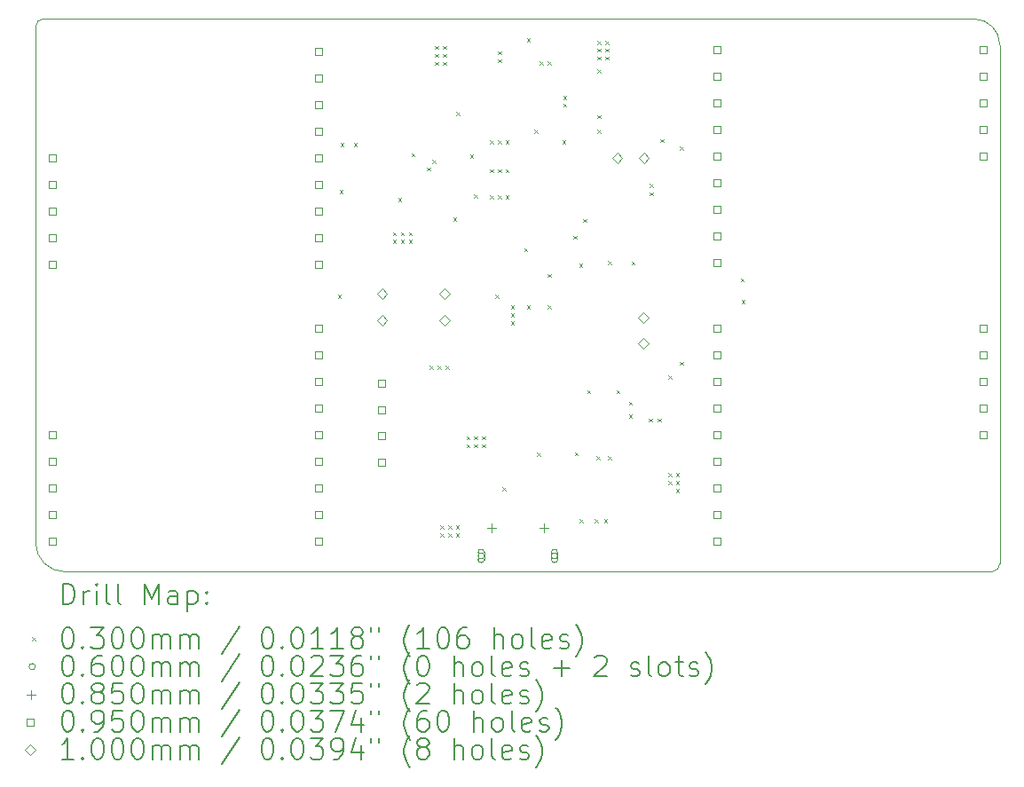
<source format=gbr>
%TF.GenerationSoftware,KiCad,Pcbnew,8.0.2*%
%TF.CreationDate,2025-02-01T20:33:23-07:00*%
%TF.ProjectId,Telemetry_STM32_V3,54656c65-6d65-4747-9279-5f53544d3332,rev?*%
%TF.SameCoordinates,Original*%
%TF.FileFunction,Drillmap*%
%TF.FilePolarity,Positive*%
%FSLAX45Y45*%
G04 Gerber Fmt 4.5, Leading zero omitted, Abs format (unit mm)*
G04 Created by KiCad (PCBNEW 8.0.2) date 2025-02-01 20:33:23*
%MOMM*%
%LPD*%
G01*
G04 APERTURE LIST*
%ADD10C,0.050000*%
%ADD11C,0.200000*%
%ADD12C,0.100000*%
G04 APERTURE END LIST*
D10*
X19350000Y-8550000D02*
G75*
G02*
X19600000Y-8800000I0J-250000D01*
G01*
X10400000Y-13550000D02*
X10400000Y-8625000D01*
X10400000Y-8625000D02*
G75*
G02*
X10475000Y-8550000I75000J0D01*
G01*
X10475000Y-8550000D02*
X19350000Y-8550000D01*
X10675000Y-13825000D02*
G75*
G02*
X10400000Y-13550000I0J275000D01*
G01*
X19600000Y-13750000D02*
G75*
G02*
X19525000Y-13825000I-75000J0D01*
G01*
X19600000Y-8800000D02*
X19600000Y-13750000D01*
X19525000Y-13825000D02*
X10675000Y-13825000D01*
D11*
D12*
X13285000Y-11185000D02*
X13315000Y-11215000D01*
X13315000Y-11185000D02*
X13285000Y-11215000D01*
X13300000Y-10185000D02*
X13330000Y-10215000D01*
X13330000Y-10185000D02*
X13300000Y-10215000D01*
X13310000Y-9735000D02*
X13340000Y-9765000D01*
X13340000Y-9735000D02*
X13310000Y-9765000D01*
X13435000Y-9735000D02*
X13465000Y-9765000D01*
X13465000Y-9735000D02*
X13435000Y-9765000D01*
X13810000Y-10585000D02*
X13840000Y-10615000D01*
X13840000Y-10585000D02*
X13810000Y-10615000D01*
X13810000Y-10660000D02*
X13840000Y-10690000D01*
X13840000Y-10660000D02*
X13810000Y-10690000D01*
X13860000Y-10260000D02*
X13890000Y-10290000D01*
X13890000Y-10260000D02*
X13860000Y-10290000D01*
X13885000Y-10585000D02*
X13915000Y-10615000D01*
X13915000Y-10585000D02*
X13885000Y-10615000D01*
X13885000Y-10660000D02*
X13915000Y-10690000D01*
X13915000Y-10660000D02*
X13885000Y-10690000D01*
X13960000Y-10585000D02*
X13990000Y-10615000D01*
X13990000Y-10585000D02*
X13960000Y-10615000D01*
X13960000Y-10660000D02*
X13990000Y-10690000D01*
X13990000Y-10660000D02*
X13960000Y-10690000D01*
X13985000Y-9833000D02*
X14015000Y-9863000D01*
X14015000Y-9833000D02*
X13985000Y-9863000D01*
X14135000Y-9969728D02*
X14165000Y-9999728D01*
X14165000Y-9969728D02*
X14135000Y-9999728D01*
X14160000Y-11860000D02*
X14190000Y-11890000D01*
X14190000Y-11860000D02*
X14160000Y-11890000D01*
X14185375Y-9898000D02*
X14215375Y-9928000D01*
X14215375Y-9898000D02*
X14185375Y-9928000D01*
X14210000Y-8810000D02*
X14240000Y-8840000D01*
X14240000Y-8810000D02*
X14210000Y-8840000D01*
X14210000Y-8885000D02*
X14240000Y-8915000D01*
X14240000Y-8885000D02*
X14210000Y-8915000D01*
X14210000Y-8960000D02*
X14240000Y-8990000D01*
X14240000Y-8960000D02*
X14210000Y-8990000D01*
X14235000Y-11860000D02*
X14265000Y-11890000D01*
X14265000Y-11860000D02*
X14235000Y-11890000D01*
X14260000Y-13385000D02*
X14290000Y-13415000D01*
X14290000Y-13385000D02*
X14260000Y-13415000D01*
X14260000Y-13460000D02*
X14290000Y-13490000D01*
X14290000Y-13460000D02*
X14260000Y-13490000D01*
X14285000Y-8810000D02*
X14315000Y-8840000D01*
X14315000Y-8810000D02*
X14285000Y-8840000D01*
X14285000Y-8885000D02*
X14315000Y-8915000D01*
X14315000Y-8885000D02*
X14285000Y-8915000D01*
X14285000Y-8960000D02*
X14315000Y-8990000D01*
X14315000Y-8960000D02*
X14285000Y-8990000D01*
X14310000Y-11860000D02*
X14340000Y-11890000D01*
X14340000Y-11860000D02*
X14310000Y-11890000D01*
X14335000Y-13385000D02*
X14365000Y-13415000D01*
X14365000Y-13385000D02*
X14335000Y-13415000D01*
X14335000Y-13460000D02*
X14365000Y-13490000D01*
X14365000Y-13460000D02*
X14335000Y-13490000D01*
X14383000Y-10445000D02*
X14413000Y-10475000D01*
X14413000Y-10445000D02*
X14383000Y-10475000D01*
X14410000Y-13385000D02*
X14440000Y-13415000D01*
X14440000Y-13385000D02*
X14410000Y-13415000D01*
X14410000Y-13460000D02*
X14440000Y-13490000D01*
X14440000Y-13460000D02*
X14410000Y-13490000D01*
X14412500Y-9440000D02*
X14442500Y-9470000D01*
X14442500Y-9440000D02*
X14412500Y-9470000D01*
X14510000Y-12535000D02*
X14540000Y-12565000D01*
X14540000Y-12535000D02*
X14510000Y-12565000D01*
X14510000Y-12610000D02*
X14540000Y-12640000D01*
X14540000Y-12610000D02*
X14510000Y-12640000D01*
X14545000Y-9845000D02*
X14575000Y-9875000D01*
X14575000Y-9845000D02*
X14545000Y-9875000D01*
X14585000Y-10225000D02*
X14615000Y-10255000D01*
X14615000Y-10225000D02*
X14585000Y-10255000D01*
X14585000Y-12535000D02*
X14615000Y-12565000D01*
X14615000Y-12535000D02*
X14585000Y-12565000D01*
X14585000Y-12610000D02*
X14615000Y-12640000D01*
X14615000Y-12610000D02*
X14585000Y-12640000D01*
X14660000Y-12535000D02*
X14690000Y-12565000D01*
X14690000Y-12535000D02*
X14660000Y-12565000D01*
X14660000Y-12610000D02*
X14690000Y-12640000D01*
X14690000Y-12610000D02*
X14660000Y-12640000D01*
X14735000Y-9710000D02*
X14765000Y-9740000D01*
X14765000Y-9710000D02*
X14735000Y-9740000D01*
X14735000Y-9985000D02*
X14765000Y-10015000D01*
X14765000Y-9985000D02*
X14735000Y-10015000D01*
X14735000Y-10235000D02*
X14765000Y-10265000D01*
X14765000Y-10235000D02*
X14735000Y-10265000D01*
X14785000Y-11185000D02*
X14815000Y-11215000D01*
X14815000Y-11185000D02*
X14785000Y-11215000D01*
X14810000Y-8860000D02*
X14840000Y-8890000D01*
X14840000Y-8860000D02*
X14810000Y-8890000D01*
X14810000Y-8935000D02*
X14840000Y-8965000D01*
X14840000Y-8935000D02*
X14810000Y-8965000D01*
X14810000Y-9710000D02*
X14840000Y-9740000D01*
X14840000Y-9710000D02*
X14810000Y-9740000D01*
X14810000Y-9985000D02*
X14840000Y-10015000D01*
X14840000Y-9985000D02*
X14810000Y-10015000D01*
X14810000Y-10235000D02*
X14840000Y-10265000D01*
X14840000Y-10235000D02*
X14810000Y-10265000D01*
X14855000Y-13021250D02*
X14885000Y-13051250D01*
X14885000Y-13021250D02*
X14855000Y-13051250D01*
X14885000Y-9710000D02*
X14915000Y-9740000D01*
X14915000Y-9710000D02*
X14885000Y-9740000D01*
X14885000Y-9985000D02*
X14915000Y-10015000D01*
X14915000Y-9985000D02*
X14885000Y-10015000D01*
X14885000Y-10235000D02*
X14915000Y-10265000D01*
X14915000Y-10235000D02*
X14885000Y-10265000D01*
X14935000Y-11285000D02*
X14965000Y-11315000D01*
X14965000Y-11285000D02*
X14935000Y-11315000D01*
X14935000Y-11360000D02*
X14965000Y-11390000D01*
X14965000Y-11360000D02*
X14935000Y-11390000D01*
X14935000Y-11435000D02*
X14965000Y-11465000D01*
X14965000Y-11435000D02*
X14935000Y-11465000D01*
X15062500Y-10740000D02*
X15092500Y-10770000D01*
X15092500Y-10740000D02*
X15062500Y-10770000D01*
X15085000Y-8735000D02*
X15115000Y-8765000D01*
X15115000Y-8735000D02*
X15085000Y-8765000D01*
X15085000Y-11285000D02*
X15115000Y-11315000D01*
X15115000Y-11285000D02*
X15085000Y-11315000D01*
X15160000Y-9610000D02*
X15190000Y-9640000D01*
X15190000Y-9610000D02*
X15160000Y-9640000D01*
X15185000Y-12691250D02*
X15215000Y-12721250D01*
X15215000Y-12691250D02*
X15185000Y-12721250D01*
X15210000Y-8955000D02*
X15240000Y-8985000D01*
X15240000Y-8955000D02*
X15210000Y-8985000D01*
X15285000Y-8955000D02*
X15315000Y-8985000D01*
X15315000Y-8955000D02*
X15285000Y-8985000D01*
X15285000Y-10985000D02*
X15315000Y-11015000D01*
X15315000Y-10985000D02*
X15285000Y-11015000D01*
X15285000Y-11285000D02*
X15315000Y-11315000D01*
X15315000Y-11285000D02*
X15285000Y-11315000D01*
X15425000Y-9710000D02*
X15455000Y-9740000D01*
X15455000Y-9710000D02*
X15425000Y-9740000D01*
X15435000Y-9285000D02*
X15465000Y-9315000D01*
X15465000Y-9285000D02*
X15435000Y-9315000D01*
X15435000Y-9360000D02*
X15465000Y-9390000D01*
X15465000Y-9360000D02*
X15435000Y-9390000D01*
X15532500Y-10620000D02*
X15562500Y-10650000D01*
X15562500Y-10620000D02*
X15532500Y-10650000D01*
X15545000Y-12685000D02*
X15575000Y-12715000D01*
X15575000Y-12685000D02*
X15545000Y-12715000D01*
X15585000Y-10885000D02*
X15615000Y-10915000D01*
X15615000Y-10885000D02*
X15585000Y-10915000D01*
X15590000Y-13325000D02*
X15620000Y-13355000D01*
X15620000Y-13325000D02*
X15590000Y-13355000D01*
X15626250Y-10458750D02*
X15656250Y-10488750D01*
X15656250Y-10458750D02*
X15626250Y-10488750D01*
X15661817Y-12095000D02*
X15691817Y-12125000D01*
X15691817Y-12095000D02*
X15661817Y-12125000D01*
X15735000Y-13325000D02*
X15765000Y-13355000D01*
X15765000Y-13325000D02*
X15735000Y-13355000D01*
X15751817Y-12725000D02*
X15781817Y-12755000D01*
X15781817Y-12725000D02*
X15751817Y-12755000D01*
X15760000Y-8760000D02*
X15790000Y-8790000D01*
X15790000Y-8760000D02*
X15760000Y-8790000D01*
X15760000Y-8835000D02*
X15790000Y-8865000D01*
X15790000Y-8835000D02*
X15760000Y-8865000D01*
X15760000Y-8910000D02*
X15790000Y-8940000D01*
X15790000Y-8910000D02*
X15760000Y-8940000D01*
X15760000Y-9032500D02*
X15790000Y-9062500D01*
X15790000Y-9032500D02*
X15760000Y-9062500D01*
X15760000Y-9470000D02*
X15790000Y-9500000D01*
X15790000Y-9470000D02*
X15760000Y-9500000D01*
X15760000Y-9610000D02*
X15790000Y-9640000D01*
X15790000Y-9610000D02*
X15760000Y-9640000D01*
X15825000Y-13325000D02*
X15855000Y-13355000D01*
X15855000Y-13325000D02*
X15825000Y-13355000D01*
X15835000Y-8760000D02*
X15865000Y-8790000D01*
X15865000Y-8760000D02*
X15835000Y-8790000D01*
X15835000Y-8835000D02*
X15865000Y-8865000D01*
X15865000Y-8835000D02*
X15835000Y-8865000D01*
X15835000Y-8910000D02*
X15865000Y-8940000D01*
X15865000Y-8910000D02*
X15835000Y-8940000D01*
X15860000Y-10860000D02*
X15890000Y-10890000D01*
X15890000Y-10860000D02*
X15860000Y-10890000D01*
X15861817Y-12725000D02*
X15891817Y-12755000D01*
X15891817Y-12725000D02*
X15861817Y-12755000D01*
X15941817Y-12095000D02*
X15971817Y-12125000D01*
X15971817Y-12095000D02*
X15941817Y-12125000D01*
X16061817Y-12205000D02*
X16091817Y-12235000D01*
X16091817Y-12205000D02*
X16061817Y-12235000D01*
X16061817Y-12325000D02*
X16091817Y-12355000D01*
X16091817Y-12325000D02*
X16061817Y-12355000D01*
X16085000Y-10865000D02*
X16115000Y-10895000D01*
X16115000Y-10865000D02*
X16085000Y-10895000D01*
X16251817Y-12365000D02*
X16281817Y-12395000D01*
X16281817Y-12365000D02*
X16251817Y-12395000D01*
X16260000Y-10125000D02*
X16290000Y-10155000D01*
X16290000Y-10125000D02*
X16260000Y-10155000D01*
X16260000Y-10205000D02*
X16290000Y-10235000D01*
X16290000Y-10205000D02*
X16260000Y-10235000D01*
X16335000Y-12365000D02*
X16365000Y-12395000D01*
X16365000Y-12365000D02*
X16335000Y-12395000D01*
X16362924Y-9696000D02*
X16392924Y-9726000D01*
X16392924Y-9696000D02*
X16362924Y-9726000D01*
X16435000Y-12885000D02*
X16465000Y-12915000D01*
X16465000Y-12885000D02*
X16435000Y-12915000D01*
X16435000Y-12960000D02*
X16465000Y-12990000D01*
X16465000Y-12960000D02*
X16435000Y-12990000D01*
X16437500Y-11952500D02*
X16467500Y-11982500D01*
X16467500Y-11952500D02*
X16437500Y-11982500D01*
X16510000Y-12885000D02*
X16540000Y-12915000D01*
X16540000Y-12885000D02*
X16510000Y-12915000D01*
X16510000Y-12960000D02*
X16540000Y-12990000D01*
X16540000Y-12960000D02*
X16510000Y-12990000D01*
X16510000Y-13035000D02*
X16540000Y-13065000D01*
X16540000Y-13035000D02*
X16510000Y-13065000D01*
X16547500Y-11822500D02*
X16577500Y-11852500D01*
X16577500Y-11822500D02*
X16547500Y-11852500D01*
X16548750Y-9771250D02*
X16578750Y-9801250D01*
X16578750Y-9771250D02*
X16548750Y-9801250D01*
X17127500Y-11025000D02*
X17157500Y-11055000D01*
X17157500Y-11025000D02*
X17127500Y-11055000D01*
X17135000Y-11235000D02*
X17165000Y-11265000D01*
X17165000Y-11235000D02*
X17135000Y-11265000D01*
X14680000Y-13675000D02*
G75*
G02*
X14620000Y-13675000I-30000J0D01*
G01*
X14620000Y-13675000D02*
G75*
G02*
X14680000Y-13675000I30000J0D01*
G01*
X14680000Y-13710000D02*
X14680000Y-13640000D01*
X14620000Y-13640000D02*
G75*
G02*
X14680000Y-13640000I30000J0D01*
G01*
X14620000Y-13640000D02*
X14620000Y-13710000D01*
X14620000Y-13710000D02*
G75*
G03*
X14680000Y-13710000I30000J0D01*
G01*
X15380000Y-13675000D02*
G75*
G02*
X15320000Y-13675000I-30000J0D01*
G01*
X15320000Y-13675000D02*
G75*
G02*
X15380000Y-13675000I30000J0D01*
G01*
X15320000Y-13640000D02*
X15320000Y-13710000D01*
X15380000Y-13710000D02*
G75*
G02*
X15320000Y-13710000I-30000J0D01*
G01*
X15380000Y-13710000D02*
X15380000Y-13640000D01*
X15380000Y-13640000D02*
G75*
G03*
X15320000Y-13640000I-30000J0D01*
G01*
X14750000Y-13362500D02*
X14750000Y-13447500D01*
X14707500Y-13405000D02*
X14792500Y-13405000D01*
X15250000Y-13362500D02*
X15250000Y-13447500D01*
X15207500Y-13405000D02*
X15292500Y-13405000D01*
X10593588Y-9913588D02*
X10593588Y-9846412D01*
X10526412Y-9846412D01*
X10526412Y-9913588D01*
X10593588Y-9913588D01*
X10593588Y-10167588D02*
X10593588Y-10100412D01*
X10526412Y-10100412D01*
X10526412Y-10167588D01*
X10593588Y-10167588D01*
X10593588Y-10421588D02*
X10593588Y-10354412D01*
X10526412Y-10354412D01*
X10526412Y-10421588D01*
X10593588Y-10421588D01*
X10593588Y-10675588D02*
X10593588Y-10608412D01*
X10526412Y-10608412D01*
X10526412Y-10675588D01*
X10593588Y-10675588D01*
X10593588Y-10929588D02*
X10593588Y-10862412D01*
X10526412Y-10862412D01*
X10526412Y-10929588D01*
X10593588Y-10929588D01*
X10593588Y-12549588D02*
X10593588Y-12482412D01*
X10526412Y-12482412D01*
X10526412Y-12549588D01*
X10593588Y-12549588D01*
X10593588Y-12803588D02*
X10593588Y-12736412D01*
X10526412Y-12736412D01*
X10526412Y-12803588D01*
X10593588Y-12803588D01*
X10593588Y-13057588D02*
X10593588Y-12990412D01*
X10526412Y-12990412D01*
X10526412Y-13057588D01*
X10593588Y-13057588D01*
X10593588Y-13311588D02*
X10593588Y-13244412D01*
X10526412Y-13244412D01*
X10526412Y-13311588D01*
X10593588Y-13311588D01*
X10593588Y-13565588D02*
X10593588Y-13498412D01*
X10526412Y-13498412D01*
X10526412Y-13565588D01*
X10593588Y-13565588D01*
X13133588Y-8897588D02*
X13133588Y-8830412D01*
X13066412Y-8830412D01*
X13066412Y-8897588D01*
X13133588Y-8897588D01*
X13133588Y-9151588D02*
X13133588Y-9084412D01*
X13066412Y-9084412D01*
X13066412Y-9151588D01*
X13133588Y-9151588D01*
X13133588Y-9405588D02*
X13133588Y-9338412D01*
X13066412Y-9338412D01*
X13066412Y-9405588D01*
X13133588Y-9405588D01*
X13133588Y-9659588D02*
X13133588Y-9592412D01*
X13066412Y-9592412D01*
X13066412Y-9659588D01*
X13133588Y-9659588D01*
X13133588Y-9913588D02*
X13133588Y-9846412D01*
X13066412Y-9846412D01*
X13066412Y-9913588D01*
X13133588Y-9913588D01*
X13133588Y-10167588D02*
X13133588Y-10100412D01*
X13066412Y-10100412D01*
X13066412Y-10167588D01*
X13133588Y-10167588D01*
X13133588Y-10421588D02*
X13133588Y-10354412D01*
X13066412Y-10354412D01*
X13066412Y-10421588D01*
X13133588Y-10421588D01*
X13133588Y-10675588D02*
X13133588Y-10608412D01*
X13066412Y-10608412D01*
X13066412Y-10675588D01*
X13133588Y-10675588D01*
X13133588Y-10929588D02*
X13133588Y-10862412D01*
X13066412Y-10862412D01*
X13066412Y-10929588D01*
X13133588Y-10929588D01*
X13133588Y-11533588D02*
X13133588Y-11466412D01*
X13066412Y-11466412D01*
X13066412Y-11533588D01*
X13133588Y-11533588D01*
X13133588Y-11787588D02*
X13133588Y-11720412D01*
X13066412Y-11720412D01*
X13066412Y-11787588D01*
X13133588Y-11787588D01*
X13133588Y-12041588D02*
X13133588Y-11974412D01*
X13066412Y-11974412D01*
X13066412Y-12041588D01*
X13133588Y-12041588D01*
X13133588Y-12295588D02*
X13133588Y-12228412D01*
X13066412Y-12228412D01*
X13066412Y-12295588D01*
X13133588Y-12295588D01*
X13133588Y-12549588D02*
X13133588Y-12482412D01*
X13066412Y-12482412D01*
X13066412Y-12549588D01*
X13133588Y-12549588D01*
X13133588Y-12803588D02*
X13133588Y-12736412D01*
X13066412Y-12736412D01*
X13066412Y-12803588D01*
X13133588Y-12803588D01*
X13133588Y-13057588D02*
X13133588Y-12990412D01*
X13066412Y-12990412D01*
X13066412Y-13057588D01*
X13133588Y-13057588D01*
X13133588Y-13311588D02*
X13133588Y-13244412D01*
X13066412Y-13244412D01*
X13066412Y-13311588D01*
X13133588Y-13311588D01*
X13133588Y-13565588D02*
X13133588Y-13498412D01*
X13066412Y-13498412D01*
X13066412Y-13565588D01*
X13133588Y-13565588D01*
X13733588Y-12062338D02*
X13733588Y-11995162D01*
X13666412Y-11995162D01*
X13666412Y-12062338D01*
X13733588Y-12062338D01*
X13733588Y-12312338D02*
X13733588Y-12245162D01*
X13666412Y-12245162D01*
X13666412Y-12312338D01*
X13733588Y-12312338D01*
X13733588Y-12562338D02*
X13733588Y-12495162D01*
X13666412Y-12495162D01*
X13666412Y-12562338D01*
X13733588Y-12562338D01*
X13733588Y-12812338D02*
X13733588Y-12745162D01*
X13666412Y-12745162D01*
X13666412Y-12812338D01*
X13733588Y-12812338D01*
X16933588Y-8879588D02*
X16933588Y-8812412D01*
X16866412Y-8812412D01*
X16866412Y-8879588D01*
X16933588Y-8879588D01*
X16933588Y-9133588D02*
X16933588Y-9066412D01*
X16866412Y-9066412D01*
X16866412Y-9133588D01*
X16933588Y-9133588D01*
X16933588Y-9387588D02*
X16933588Y-9320412D01*
X16866412Y-9320412D01*
X16866412Y-9387588D01*
X16933588Y-9387588D01*
X16933588Y-9641588D02*
X16933588Y-9574412D01*
X16866412Y-9574412D01*
X16866412Y-9641588D01*
X16933588Y-9641588D01*
X16933588Y-9895588D02*
X16933588Y-9828412D01*
X16866412Y-9828412D01*
X16866412Y-9895588D01*
X16933588Y-9895588D01*
X16933588Y-10149588D02*
X16933588Y-10082412D01*
X16866412Y-10082412D01*
X16866412Y-10149588D01*
X16933588Y-10149588D01*
X16933588Y-10403588D02*
X16933588Y-10336412D01*
X16866412Y-10336412D01*
X16866412Y-10403588D01*
X16933588Y-10403588D01*
X16933588Y-10657588D02*
X16933588Y-10590412D01*
X16866412Y-10590412D01*
X16866412Y-10657588D01*
X16933588Y-10657588D01*
X16933588Y-10911588D02*
X16933588Y-10844412D01*
X16866412Y-10844412D01*
X16866412Y-10911588D01*
X16933588Y-10911588D01*
X16933588Y-11533588D02*
X16933588Y-11466412D01*
X16866412Y-11466412D01*
X16866412Y-11533588D01*
X16933588Y-11533588D01*
X16933588Y-11787588D02*
X16933588Y-11720412D01*
X16866412Y-11720412D01*
X16866412Y-11787588D01*
X16933588Y-11787588D01*
X16933588Y-12041588D02*
X16933588Y-11974412D01*
X16866412Y-11974412D01*
X16866412Y-12041588D01*
X16933588Y-12041588D01*
X16933588Y-12295588D02*
X16933588Y-12228412D01*
X16866412Y-12228412D01*
X16866412Y-12295588D01*
X16933588Y-12295588D01*
X16933588Y-12549588D02*
X16933588Y-12482412D01*
X16866412Y-12482412D01*
X16866412Y-12549588D01*
X16933588Y-12549588D01*
X16933588Y-12803588D02*
X16933588Y-12736412D01*
X16866412Y-12736412D01*
X16866412Y-12803588D01*
X16933588Y-12803588D01*
X16933588Y-13057588D02*
X16933588Y-12990412D01*
X16866412Y-12990412D01*
X16866412Y-13057588D01*
X16933588Y-13057588D01*
X16933588Y-13311588D02*
X16933588Y-13244412D01*
X16866412Y-13244412D01*
X16866412Y-13311588D01*
X16933588Y-13311588D01*
X16933588Y-13565588D02*
X16933588Y-13498412D01*
X16866412Y-13498412D01*
X16866412Y-13565588D01*
X16933588Y-13565588D01*
X19473588Y-8879588D02*
X19473588Y-8812412D01*
X19406412Y-8812412D01*
X19406412Y-8879588D01*
X19473588Y-8879588D01*
X19473588Y-9133588D02*
X19473588Y-9066412D01*
X19406412Y-9066412D01*
X19406412Y-9133588D01*
X19473588Y-9133588D01*
X19473588Y-9387588D02*
X19473588Y-9320412D01*
X19406412Y-9320412D01*
X19406412Y-9387588D01*
X19473588Y-9387588D01*
X19473588Y-9641588D02*
X19473588Y-9574412D01*
X19406412Y-9574412D01*
X19406412Y-9641588D01*
X19473588Y-9641588D01*
X19473588Y-9895588D02*
X19473588Y-9828412D01*
X19406412Y-9828412D01*
X19406412Y-9895588D01*
X19473588Y-9895588D01*
X19473588Y-11533588D02*
X19473588Y-11466412D01*
X19406412Y-11466412D01*
X19406412Y-11533588D01*
X19473588Y-11533588D01*
X19473588Y-11787588D02*
X19473588Y-11720412D01*
X19406412Y-11720412D01*
X19406412Y-11787588D01*
X19473588Y-11787588D01*
X19473588Y-12041588D02*
X19473588Y-11974412D01*
X19406412Y-11974412D01*
X19406412Y-12041588D01*
X19473588Y-12041588D01*
X19473588Y-12295588D02*
X19473588Y-12228412D01*
X19406412Y-12228412D01*
X19406412Y-12295588D01*
X19473588Y-12295588D01*
X19473588Y-12549588D02*
X19473588Y-12482412D01*
X19406412Y-12482412D01*
X19406412Y-12549588D01*
X19473588Y-12549588D01*
X13705000Y-11225000D02*
X13755000Y-11175000D01*
X13705000Y-11125000D01*
X13655000Y-11175000D01*
X13705000Y-11225000D01*
X13705000Y-11475000D02*
X13755000Y-11425000D01*
X13705000Y-11375000D01*
X13655000Y-11425000D01*
X13705000Y-11475000D01*
X14300000Y-11222500D02*
X14350000Y-11172500D01*
X14300000Y-11122500D01*
X14250000Y-11172500D01*
X14300000Y-11222500D01*
X14300000Y-11476500D02*
X14350000Y-11426500D01*
X14300000Y-11376500D01*
X14250000Y-11426500D01*
X14300000Y-11476500D01*
X15948500Y-9925000D02*
X15998500Y-9875000D01*
X15948500Y-9825000D01*
X15898500Y-9875000D01*
X15948500Y-9925000D01*
X16195000Y-11450000D02*
X16245000Y-11400000D01*
X16195000Y-11350000D01*
X16145000Y-11400000D01*
X16195000Y-11450000D01*
X16195000Y-11700000D02*
X16245000Y-11650000D01*
X16195000Y-11600000D01*
X16145000Y-11650000D01*
X16195000Y-11700000D01*
X16202500Y-9925000D02*
X16252500Y-9875000D01*
X16202500Y-9825000D01*
X16152500Y-9875000D01*
X16202500Y-9925000D01*
D11*
X10658277Y-14138984D02*
X10658277Y-13938984D01*
X10658277Y-13938984D02*
X10705896Y-13938984D01*
X10705896Y-13938984D02*
X10734467Y-13948508D01*
X10734467Y-13948508D02*
X10753515Y-13967555D01*
X10753515Y-13967555D02*
X10763039Y-13986603D01*
X10763039Y-13986603D02*
X10772563Y-14024698D01*
X10772563Y-14024698D02*
X10772563Y-14053269D01*
X10772563Y-14053269D02*
X10763039Y-14091365D01*
X10763039Y-14091365D02*
X10753515Y-14110412D01*
X10753515Y-14110412D02*
X10734467Y-14129460D01*
X10734467Y-14129460D02*
X10705896Y-14138984D01*
X10705896Y-14138984D02*
X10658277Y-14138984D01*
X10858277Y-14138984D02*
X10858277Y-14005650D01*
X10858277Y-14043746D02*
X10867801Y-14024698D01*
X10867801Y-14024698D02*
X10877324Y-14015174D01*
X10877324Y-14015174D02*
X10896372Y-14005650D01*
X10896372Y-14005650D02*
X10915420Y-14005650D01*
X10982086Y-14138984D02*
X10982086Y-14005650D01*
X10982086Y-13938984D02*
X10972563Y-13948508D01*
X10972563Y-13948508D02*
X10982086Y-13958031D01*
X10982086Y-13958031D02*
X10991610Y-13948508D01*
X10991610Y-13948508D02*
X10982086Y-13938984D01*
X10982086Y-13938984D02*
X10982086Y-13958031D01*
X11105896Y-14138984D02*
X11086848Y-14129460D01*
X11086848Y-14129460D02*
X11077324Y-14110412D01*
X11077324Y-14110412D02*
X11077324Y-13938984D01*
X11210658Y-14138984D02*
X11191610Y-14129460D01*
X11191610Y-14129460D02*
X11182086Y-14110412D01*
X11182086Y-14110412D02*
X11182086Y-13938984D01*
X11439229Y-14138984D02*
X11439229Y-13938984D01*
X11439229Y-13938984D02*
X11505896Y-14081841D01*
X11505896Y-14081841D02*
X11572562Y-13938984D01*
X11572562Y-13938984D02*
X11572562Y-14138984D01*
X11753515Y-14138984D02*
X11753515Y-14034222D01*
X11753515Y-14034222D02*
X11743991Y-14015174D01*
X11743991Y-14015174D02*
X11724943Y-14005650D01*
X11724943Y-14005650D02*
X11686848Y-14005650D01*
X11686848Y-14005650D02*
X11667801Y-14015174D01*
X11753515Y-14129460D02*
X11734467Y-14138984D01*
X11734467Y-14138984D02*
X11686848Y-14138984D01*
X11686848Y-14138984D02*
X11667801Y-14129460D01*
X11667801Y-14129460D02*
X11658277Y-14110412D01*
X11658277Y-14110412D02*
X11658277Y-14091365D01*
X11658277Y-14091365D02*
X11667801Y-14072317D01*
X11667801Y-14072317D02*
X11686848Y-14062793D01*
X11686848Y-14062793D02*
X11734467Y-14062793D01*
X11734467Y-14062793D02*
X11753515Y-14053269D01*
X11848753Y-14005650D02*
X11848753Y-14205650D01*
X11848753Y-14015174D02*
X11867801Y-14005650D01*
X11867801Y-14005650D02*
X11905896Y-14005650D01*
X11905896Y-14005650D02*
X11924943Y-14015174D01*
X11924943Y-14015174D02*
X11934467Y-14024698D01*
X11934467Y-14024698D02*
X11943991Y-14043746D01*
X11943991Y-14043746D02*
X11943991Y-14100888D01*
X11943991Y-14100888D02*
X11934467Y-14119936D01*
X11934467Y-14119936D02*
X11924943Y-14129460D01*
X11924943Y-14129460D02*
X11905896Y-14138984D01*
X11905896Y-14138984D02*
X11867801Y-14138984D01*
X11867801Y-14138984D02*
X11848753Y-14129460D01*
X12029705Y-14119936D02*
X12039229Y-14129460D01*
X12039229Y-14129460D02*
X12029705Y-14138984D01*
X12029705Y-14138984D02*
X12020182Y-14129460D01*
X12020182Y-14129460D02*
X12029705Y-14119936D01*
X12029705Y-14119936D02*
X12029705Y-14138984D01*
X12029705Y-14015174D02*
X12039229Y-14024698D01*
X12039229Y-14024698D02*
X12029705Y-14034222D01*
X12029705Y-14034222D02*
X12020182Y-14024698D01*
X12020182Y-14024698D02*
X12029705Y-14015174D01*
X12029705Y-14015174D02*
X12029705Y-14034222D01*
D12*
X10367500Y-14452500D02*
X10397500Y-14482500D01*
X10397500Y-14452500D02*
X10367500Y-14482500D01*
D11*
X10696372Y-14358984D02*
X10715420Y-14358984D01*
X10715420Y-14358984D02*
X10734467Y-14368508D01*
X10734467Y-14368508D02*
X10743991Y-14378031D01*
X10743991Y-14378031D02*
X10753515Y-14397079D01*
X10753515Y-14397079D02*
X10763039Y-14435174D01*
X10763039Y-14435174D02*
X10763039Y-14482793D01*
X10763039Y-14482793D02*
X10753515Y-14520888D01*
X10753515Y-14520888D02*
X10743991Y-14539936D01*
X10743991Y-14539936D02*
X10734467Y-14549460D01*
X10734467Y-14549460D02*
X10715420Y-14558984D01*
X10715420Y-14558984D02*
X10696372Y-14558984D01*
X10696372Y-14558984D02*
X10677324Y-14549460D01*
X10677324Y-14549460D02*
X10667801Y-14539936D01*
X10667801Y-14539936D02*
X10658277Y-14520888D01*
X10658277Y-14520888D02*
X10648753Y-14482793D01*
X10648753Y-14482793D02*
X10648753Y-14435174D01*
X10648753Y-14435174D02*
X10658277Y-14397079D01*
X10658277Y-14397079D02*
X10667801Y-14378031D01*
X10667801Y-14378031D02*
X10677324Y-14368508D01*
X10677324Y-14368508D02*
X10696372Y-14358984D01*
X10848753Y-14539936D02*
X10858277Y-14549460D01*
X10858277Y-14549460D02*
X10848753Y-14558984D01*
X10848753Y-14558984D02*
X10839229Y-14549460D01*
X10839229Y-14549460D02*
X10848753Y-14539936D01*
X10848753Y-14539936D02*
X10848753Y-14558984D01*
X10924944Y-14358984D02*
X11048753Y-14358984D01*
X11048753Y-14358984D02*
X10982086Y-14435174D01*
X10982086Y-14435174D02*
X11010658Y-14435174D01*
X11010658Y-14435174D02*
X11029705Y-14444698D01*
X11029705Y-14444698D02*
X11039229Y-14454222D01*
X11039229Y-14454222D02*
X11048753Y-14473269D01*
X11048753Y-14473269D02*
X11048753Y-14520888D01*
X11048753Y-14520888D02*
X11039229Y-14539936D01*
X11039229Y-14539936D02*
X11029705Y-14549460D01*
X11029705Y-14549460D02*
X11010658Y-14558984D01*
X11010658Y-14558984D02*
X10953515Y-14558984D01*
X10953515Y-14558984D02*
X10934467Y-14549460D01*
X10934467Y-14549460D02*
X10924944Y-14539936D01*
X11172563Y-14358984D02*
X11191610Y-14358984D01*
X11191610Y-14358984D02*
X11210658Y-14368508D01*
X11210658Y-14368508D02*
X11220182Y-14378031D01*
X11220182Y-14378031D02*
X11229705Y-14397079D01*
X11229705Y-14397079D02*
X11239229Y-14435174D01*
X11239229Y-14435174D02*
X11239229Y-14482793D01*
X11239229Y-14482793D02*
X11229705Y-14520888D01*
X11229705Y-14520888D02*
X11220182Y-14539936D01*
X11220182Y-14539936D02*
X11210658Y-14549460D01*
X11210658Y-14549460D02*
X11191610Y-14558984D01*
X11191610Y-14558984D02*
X11172563Y-14558984D01*
X11172563Y-14558984D02*
X11153515Y-14549460D01*
X11153515Y-14549460D02*
X11143991Y-14539936D01*
X11143991Y-14539936D02*
X11134467Y-14520888D01*
X11134467Y-14520888D02*
X11124944Y-14482793D01*
X11124944Y-14482793D02*
X11124944Y-14435174D01*
X11124944Y-14435174D02*
X11134467Y-14397079D01*
X11134467Y-14397079D02*
X11143991Y-14378031D01*
X11143991Y-14378031D02*
X11153515Y-14368508D01*
X11153515Y-14368508D02*
X11172563Y-14358984D01*
X11363039Y-14358984D02*
X11382086Y-14358984D01*
X11382086Y-14358984D02*
X11401134Y-14368508D01*
X11401134Y-14368508D02*
X11410658Y-14378031D01*
X11410658Y-14378031D02*
X11420182Y-14397079D01*
X11420182Y-14397079D02*
X11429705Y-14435174D01*
X11429705Y-14435174D02*
X11429705Y-14482793D01*
X11429705Y-14482793D02*
X11420182Y-14520888D01*
X11420182Y-14520888D02*
X11410658Y-14539936D01*
X11410658Y-14539936D02*
X11401134Y-14549460D01*
X11401134Y-14549460D02*
X11382086Y-14558984D01*
X11382086Y-14558984D02*
X11363039Y-14558984D01*
X11363039Y-14558984D02*
X11343991Y-14549460D01*
X11343991Y-14549460D02*
X11334467Y-14539936D01*
X11334467Y-14539936D02*
X11324943Y-14520888D01*
X11324943Y-14520888D02*
X11315420Y-14482793D01*
X11315420Y-14482793D02*
X11315420Y-14435174D01*
X11315420Y-14435174D02*
X11324943Y-14397079D01*
X11324943Y-14397079D02*
X11334467Y-14378031D01*
X11334467Y-14378031D02*
X11343991Y-14368508D01*
X11343991Y-14368508D02*
X11363039Y-14358984D01*
X11515420Y-14558984D02*
X11515420Y-14425650D01*
X11515420Y-14444698D02*
X11524943Y-14435174D01*
X11524943Y-14435174D02*
X11543991Y-14425650D01*
X11543991Y-14425650D02*
X11572563Y-14425650D01*
X11572563Y-14425650D02*
X11591610Y-14435174D01*
X11591610Y-14435174D02*
X11601134Y-14454222D01*
X11601134Y-14454222D02*
X11601134Y-14558984D01*
X11601134Y-14454222D02*
X11610658Y-14435174D01*
X11610658Y-14435174D02*
X11629705Y-14425650D01*
X11629705Y-14425650D02*
X11658277Y-14425650D01*
X11658277Y-14425650D02*
X11677324Y-14435174D01*
X11677324Y-14435174D02*
X11686848Y-14454222D01*
X11686848Y-14454222D02*
X11686848Y-14558984D01*
X11782086Y-14558984D02*
X11782086Y-14425650D01*
X11782086Y-14444698D02*
X11791610Y-14435174D01*
X11791610Y-14435174D02*
X11810658Y-14425650D01*
X11810658Y-14425650D02*
X11839229Y-14425650D01*
X11839229Y-14425650D02*
X11858277Y-14435174D01*
X11858277Y-14435174D02*
X11867801Y-14454222D01*
X11867801Y-14454222D02*
X11867801Y-14558984D01*
X11867801Y-14454222D02*
X11877324Y-14435174D01*
X11877324Y-14435174D02*
X11896372Y-14425650D01*
X11896372Y-14425650D02*
X11924943Y-14425650D01*
X11924943Y-14425650D02*
X11943991Y-14435174D01*
X11943991Y-14435174D02*
X11953515Y-14454222D01*
X11953515Y-14454222D02*
X11953515Y-14558984D01*
X12343991Y-14349460D02*
X12172563Y-14606603D01*
X12601134Y-14358984D02*
X12620182Y-14358984D01*
X12620182Y-14358984D02*
X12639229Y-14368508D01*
X12639229Y-14368508D02*
X12648753Y-14378031D01*
X12648753Y-14378031D02*
X12658277Y-14397079D01*
X12658277Y-14397079D02*
X12667801Y-14435174D01*
X12667801Y-14435174D02*
X12667801Y-14482793D01*
X12667801Y-14482793D02*
X12658277Y-14520888D01*
X12658277Y-14520888D02*
X12648753Y-14539936D01*
X12648753Y-14539936D02*
X12639229Y-14549460D01*
X12639229Y-14549460D02*
X12620182Y-14558984D01*
X12620182Y-14558984D02*
X12601134Y-14558984D01*
X12601134Y-14558984D02*
X12582086Y-14549460D01*
X12582086Y-14549460D02*
X12572563Y-14539936D01*
X12572563Y-14539936D02*
X12563039Y-14520888D01*
X12563039Y-14520888D02*
X12553515Y-14482793D01*
X12553515Y-14482793D02*
X12553515Y-14435174D01*
X12553515Y-14435174D02*
X12563039Y-14397079D01*
X12563039Y-14397079D02*
X12572563Y-14378031D01*
X12572563Y-14378031D02*
X12582086Y-14368508D01*
X12582086Y-14368508D02*
X12601134Y-14358984D01*
X12753515Y-14539936D02*
X12763039Y-14549460D01*
X12763039Y-14549460D02*
X12753515Y-14558984D01*
X12753515Y-14558984D02*
X12743991Y-14549460D01*
X12743991Y-14549460D02*
X12753515Y-14539936D01*
X12753515Y-14539936D02*
X12753515Y-14558984D01*
X12886848Y-14358984D02*
X12905896Y-14358984D01*
X12905896Y-14358984D02*
X12924944Y-14368508D01*
X12924944Y-14368508D02*
X12934467Y-14378031D01*
X12934467Y-14378031D02*
X12943991Y-14397079D01*
X12943991Y-14397079D02*
X12953515Y-14435174D01*
X12953515Y-14435174D02*
X12953515Y-14482793D01*
X12953515Y-14482793D02*
X12943991Y-14520888D01*
X12943991Y-14520888D02*
X12934467Y-14539936D01*
X12934467Y-14539936D02*
X12924944Y-14549460D01*
X12924944Y-14549460D02*
X12905896Y-14558984D01*
X12905896Y-14558984D02*
X12886848Y-14558984D01*
X12886848Y-14558984D02*
X12867801Y-14549460D01*
X12867801Y-14549460D02*
X12858277Y-14539936D01*
X12858277Y-14539936D02*
X12848753Y-14520888D01*
X12848753Y-14520888D02*
X12839229Y-14482793D01*
X12839229Y-14482793D02*
X12839229Y-14435174D01*
X12839229Y-14435174D02*
X12848753Y-14397079D01*
X12848753Y-14397079D02*
X12858277Y-14378031D01*
X12858277Y-14378031D02*
X12867801Y-14368508D01*
X12867801Y-14368508D02*
X12886848Y-14358984D01*
X13143991Y-14558984D02*
X13029706Y-14558984D01*
X13086848Y-14558984D02*
X13086848Y-14358984D01*
X13086848Y-14358984D02*
X13067801Y-14387555D01*
X13067801Y-14387555D02*
X13048753Y-14406603D01*
X13048753Y-14406603D02*
X13029706Y-14416127D01*
X13334467Y-14558984D02*
X13220182Y-14558984D01*
X13277325Y-14558984D02*
X13277325Y-14358984D01*
X13277325Y-14358984D02*
X13258277Y-14387555D01*
X13258277Y-14387555D02*
X13239229Y-14406603D01*
X13239229Y-14406603D02*
X13220182Y-14416127D01*
X13448753Y-14444698D02*
X13429706Y-14435174D01*
X13429706Y-14435174D02*
X13420182Y-14425650D01*
X13420182Y-14425650D02*
X13410658Y-14406603D01*
X13410658Y-14406603D02*
X13410658Y-14397079D01*
X13410658Y-14397079D02*
X13420182Y-14378031D01*
X13420182Y-14378031D02*
X13429706Y-14368508D01*
X13429706Y-14368508D02*
X13448753Y-14358984D01*
X13448753Y-14358984D02*
X13486848Y-14358984D01*
X13486848Y-14358984D02*
X13505896Y-14368508D01*
X13505896Y-14368508D02*
X13515420Y-14378031D01*
X13515420Y-14378031D02*
X13524944Y-14397079D01*
X13524944Y-14397079D02*
X13524944Y-14406603D01*
X13524944Y-14406603D02*
X13515420Y-14425650D01*
X13515420Y-14425650D02*
X13505896Y-14435174D01*
X13505896Y-14435174D02*
X13486848Y-14444698D01*
X13486848Y-14444698D02*
X13448753Y-14444698D01*
X13448753Y-14444698D02*
X13429706Y-14454222D01*
X13429706Y-14454222D02*
X13420182Y-14463746D01*
X13420182Y-14463746D02*
X13410658Y-14482793D01*
X13410658Y-14482793D02*
X13410658Y-14520888D01*
X13410658Y-14520888D02*
X13420182Y-14539936D01*
X13420182Y-14539936D02*
X13429706Y-14549460D01*
X13429706Y-14549460D02*
X13448753Y-14558984D01*
X13448753Y-14558984D02*
X13486848Y-14558984D01*
X13486848Y-14558984D02*
X13505896Y-14549460D01*
X13505896Y-14549460D02*
X13515420Y-14539936D01*
X13515420Y-14539936D02*
X13524944Y-14520888D01*
X13524944Y-14520888D02*
X13524944Y-14482793D01*
X13524944Y-14482793D02*
X13515420Y-14463746D01*
X13515420Y-14463746D02*
X13505896Y-14454222D01*
X13505896Y-14454222D02*
X13486848Y-14444698D01*
X13601134Y-14358984D02*
X13601134Y-14397079D01*
X13677325Y-14358984D02*
X13677325Y-14397079D01*
X13972563Y-14635174D02*
X13963039Y-14625650D01*
X13963039Y-14625650D02*
X13943991Y-14597079D01*
X13943991Y-14597079D02*
X13934468Y-14578031D01*
X13934468Y-14578031D02*
X13924944Y-14549460D01*
X13924944Y-14549460D02*
X13915420Y-14501841D01*
X13915420Y-14501841D02*
X13915420Y-14463746D01*
X13915420Y-14463746D02*
X13924944Y-14416127D01*
X13924944Y-14416127D02*
X13934468Y-14387555D01*
X13934468Y-14387555D02*
X13943991Y-14368508D01*
X13943991Y-14368508D02*
X13963039Y-14339936D01*
X13963039Y-14339936D02*
X13972563Y-14330412D01*
X14153515Y-14558984D02*
X14039229Y-14558984D01*
X14096372Y-14558984D02*
X14096372Y-14358984D01*
X14096372Y-14358984D02*
X14077325Y-14387555D01*
X14077325Y-14387555D02*
X14058277Y-14406603D01*
X14058277Y-14406603D02*
X14039229Y-14416127D01*
X14277325Y-14358984D02*
X14296372Y-14358984D01*
X14296372Y-14358984D02*
X14315420Y-14368508D01*
X14315420Y-14368508D02*
X14324944Y-14378031D01*
X14324944Y-14378031D02*
X14334468Y-14397079D01*
X14334468Y-14397079D02*
X14343991Y-14435174D01*
X14343991Y-14435174D02*
X14343991Y-14482793D01*
X14343991Y-14482793D02*
X14334468Y-14520888D01*
X14334468Y-14520888D02*
X14324944Y-14539936D01*
X14324944Y-14539936D02*
X14315420Y-14549460D01*
X14315420Y-14549460D02*
X14296372Y-14558984D01*
X14296372Y-14558984D02*
X14277325Y-14558984D01*
X14277325Y-14558984D02*
X14258277Y-14549460D01*
X14258277Y-14549460D02*
X14248753Y-14539936D01*
X14248753Y-14539936D02*
X14239229Y-14520888D01*
X14239229Y-14520888D02*
X14229706Y-14482793D01*
X14229706Y-14482793D02*
X14229706Y-14435174D01*
X14229706Y-14435174D02*
X14239229Y-14397079D01*
X14239229Y-14397079D02*
X14248753Y-14378031D01*
X14248753Y-14378031D02*
X14258277Y-14368508D01*
X14258277Y-14368508D02*
X14277325Y-14358984D01*
X14515420Y-14358984D02*
X14477325Y-14358984D01*
X14477325Y-14358984D02*
X14458277Y-14368508D01*
X14458277Y-14368508D02*
X14448753Y-14378031D01*
X14448753Y-14378031D02*
X14429706Y-14406603D01*
X14429706Y-14406603D02*
X14420182Y-14444698D01*
X14420182Y-14444698D02*
X14420182Y-14520888D01*
X14420182Y-14520888D02*
X14429706Y-14539936D01*
X14429706Y-14539936D02*
X14439229Y-14549460D01*
X14439229Y-14549460D02*
X14458277Y-14558984D01*
X14458277Y-14558984D02*
X14496372Y-14558984D01*
X14496372Y-14558984D02*
X14515420Y-14549460D01*
X14515420Y-14549460D02*
X14524944Y-14539936D01*
X14524944Y-14539936D02*
X14534468Y-14520888D01*
X14534468Y-14520888D02*
X14534468Y-14473269D01*
X14534468Y-14473269D02*
X14524944Y-14454222D01*
X14524944Y-14454222D02*
X14515420Y-14444698D01*
X14515420Y-14444698D02*
X14496372Y-14435174D01*
X14496372Y-14435174D02*
X14458277Y-14435174D01*
X14458277Y-14435174D02*
X14439229Y-14444698D01*
X14439229Y-14444698D02*
X14429706Y-14454222D01*
X14429706Y-14454222D02*
X14420182Y-14473269D01*
X14772563Y-14558984D02*
X14772563Y-14358984D01*
X14858277Y-14558984D02*
X14858277Y-14454222D01*
X14858277Y-14454222D02*
X14848753Y-14435174D01*
X14848753Y-14435174D02*
X14829706Y-14425650D01*
X14829706Y-14425650D02*
X14801134Y-14425650D01*
X14801134Y-14425650D02*
X14782087Y-14435174D01*
X14782087Y-14435174D02*
X14772563Y-14444698D01*
X14982087Y-14558984D02*
X14963039Y-14549460D01*
X14963039Y-14549460D02*
X14953515Y-14539936D01*
X14953515Y-14539936D02*
X14943991Y-14520888D01*
X14943991Y-14520888D02*
X14943991Y-14463746D01*
X14943991Y-14463746D02*
X14953515Y-14444698D01*
X14953515Y-14444698D02*
X14963039Y-14435174D01*
X14963039Y-14435174D02*
X14982087Y-14425650D01*
X14982087Y-14425650D02*
X15010658Y-14425650D01*
X15010658Y-14425650D02*
X15029706Y-14435174D01*
X15029706Y-14435174D02*
X15039230Y-14444698D01*
X15039230Y-14444698D02*
X15048753Y-14463746D01*
X15048753Y-14463746D02*
X15048753Y-14520888D01*
X15048753Y-14520888D02*
X15039230Y-14539936D01*
X15039230Y-14539936D02*
X15029706Y-14549460D01*
X15029706Y-14549460D02*
X15010658Y-14558984D01*
X15010658Y-14558984D02*
X14982087Y-14558984D01*
X15163039Y-14558984D02*
X15143991Y-14549460D01*
X15143991Y-14549460D02*
X15134468Y-14530412D01*
X15134468Y-14530412D02*
X15134468Y-14358984D01*
X15315420Y-14549460D02*
X15296372Y-14558984D01*
X15296372Y-14558984D02*
X15258277Y-14558984D01*
X15258277Y-14558984D02*
X15239230Y-14549460D01*
X15239230Y-14549460D02*
X15229706Y-14530412D01*
X15229706Y-14530412D02*
X15229706Y-14454222D01*
X15229706Y-14454222D02*
X15239230Y-14435174D01*
X15239230Y-14435174D02*
X15258277Y-14425650D01*
X15258277Y-14425650D02*
X15296372Y-14425650D01*
X15296372Y-14425650D02*
X15315420Y-14435174D01*
X15315420Y-14435174D02*
X15324944Y-14454222D01*
X15324944Y-14454222D02*
X15324944Y-14473269D01*
X15324944Y-14473269D02*
X15229706Y-14492317D01*
X15401134Y-14549460D02*
X15420182Y-14558984D01*
X15420182Y-14558984D02*
X15458277Y-14558984D01*
X15458277Y-14558984D02*
X15477325Y-14549460D01*
X15477325Y-14549460D02*
X15486849Y-14530412D01*
X15486849Y-14530412D02*
X15486849Y-14520888D01*
X15486849Y-14520888D02*
X15477325Y-14501841D01*
X15477325Y-14501841D02*
X15458277Y-14492317D01*
X15458277Y-14492317D02*
X15429706Y-14492317D01*
X15429706Y-14492317D02*
X15410658Y-14482793D01*
X15410658Y-14482793D02*
X15401134Y-14463746D01*
X15401134Y-14463746D02*
X15401134Y-14454222D01*
X15401134Y-14454222D02*
X15410658Y-14435174D01*
X15410658Y-14435174D02*
X15429706Y-14425650D01*
X15429706Y-14425650D02*
X15458277Y-14425650D01*
X15458277Y-14425650D02*
X15477325Y-14435174D01*
X15553515Y-14635174D02*
X15563039Y-14625650D01*
X15563039Y-14625650D02*
X15582087Y-14597079D01*
X15582087Y-14597079D02*
X15591611Y-14578031D01*
X15591611Y-14578031D02*
X15601134Y-14549460D01*
X15601134Y-14549460D02*
X15610658Y-14501841D01*
X15610658Y-14501841D02*
X15610658Y-14463746D01*
X15610658Y-14463746D02*
X15601134Y-14416127D01*
X15601134Y-14416127D02*
X15591611Y-14387555D01*
X15591611Y-14387555D02*
X15582087Y-14368508D01*
X15582087Y-14368508D02*
X15563039Y-14339936D01*
X15563039Y-14339936D02*
X15553515Y-14330412D01*
D12*
X10397500Y-14731500D02*
G75*
G02*
X10337500Y-14731500I-30000J0D01*
G01*
X10337500Y-14731500D02*
G75*
G02*
X10397500Y-14731500I30000J0D01*
G01*
D11*
X10696372Y-14622984D02*
X10715420Y-14622984D01*
X10715420Y-14622984D02*
X10734467Y-14632508D01*
X10734467Y-14632508D02*
X10743991Y-14642031D01*
X10743991Y-14642031D02*
X10753515Y-14661079D01*
X10753515Y-14661079D02*
X10763039Y-14699174D01*
X10763039Y-14699174D02*
X10763039Y-14746793D01*
X10763039Y-14746793D02*
X10753515Y-14784888D01*
X10753515Y-14784888D02*
X10743991Y-14803936D01*
X10743991Y-14803936D02*
X10734467Y-14813460D01*
X10734467Y-14813460D02*
X10715420Y-14822984D01*
X10715420Y-14822984D02*
X10696372Y-14822984D01*
X10696372Y-14822984D02*
X10677324Y-14813460D01*
X10677324Y-14813460D02*
X10667801Y-14803936D01*
X10667801Y-14803936D02*
X10658277Y-14784888D01*
X10658277Y-14784888D02*
X10648753Y-14746793D01*
X10648753Y-14746793D02*
X10648753Y-14699174D01*
X10648753Y-14699174D02*
X10658277Y-14661079D01*
X10658277Y-14661079D02*
X10667801Y-14642031D01*
X10667801Y-14642031D02*
X10677324Y-14632508D01*
X10677324Y-14632508D02*
X10696372Y-14622984D01*
X10848753Y-14803936D02*
X10858277Y-14813460D01*
X10858277Y-14813460D02*
X10848753Y-14822984D01*
X10848753Y-14822984D02*
X10839229Y-14813460D01*
X10839229Y-14813460D02*
X10848753Y-14803936D01*
X10848753Y-14803936D02*
X10848753Y-14822984D01*
X11029705Y-14622984D02*
X10991610Y-14622984D01*
X10991610Y-14622984D02*
X10972563Y-14632508D01*
X10972563Y-14632508D02*
X10963039Y-14642031D01*
X10963039Y-14642031D02*
X10943991Y-14670603D01*
X10943991Y-14670603D02*
X10934467Y-14708698D01*
X10934467Y-14708698D02*
X10934467Y-14784888D01*
X10934467Y-14784888D02*
X10943991Y-14803936D01*
X10943991Y-14803936D02*
X10953515Y-14813460D01*
X10953515Y-14813460D02*
X10972563Y-14822984D01*
X10972563Y-14822984D02*
X11010658Y-14822984D01*
X11010658Y-14822984D02*
X11029705Y-14813460D01*
X11029705Y-14813460D02*
X11039229Y-14803936D01*
X11039229Y-14803936D02*
X11048753Y-14784888D01*
X11048753Y-14784888D02*
X11048753Y-14737269D01*
X11048753Y-14737269D02*
X11039229Y-14718222D01*
X11039229Y-14718222D02*
X11029705Y-14708698D01*
X11029705Y-14708698D02*
X11010658Y-14699174D01*
X11010658Y-14699174D02*
X10972563Y-14699174D01*
X10972563Y-14699174D02*
X10953515Y-14708698D01*
X10953515Y-14708698D02*
X10943991Y-14718222D01*
X10943991Y-14718222D02*
X10934467Y-14737269D01*
X11172563Y-14622984D02*
X11191610Y-14622984D01*
X11191610Y-14622984D02*
X11210658Y-14632508D01*
X11210658Y-14632508D02*
X11220182Y-14642031D01*
X11220182Y-14642031D02*
X11229705Y-14661079D01*
X11229705Y-14661079D02*
X11239229Y-14699174D01*
X11239229Y-14699174D02*
X11239229Y-14746793D01*
X11239229Y-14746793D02*
X11229705Y-14784888D01*
X11229705Y-14784888D02*
X11220182Y-14803936D01*
X11220182Y-14803936D02*
X11210658Y-14813460D01*
X11210658Y-14813460D02*
X11191610Y-14822984D01*
X11191610Y-14822984D02*
X11172563Y-14822984D01*
X11172563Y-14822984D02*
X11153515Y-14813460D01*
X11153515Y-14813460D02*
X11143991Y-14803936D01*
X11143991Y-14803936D02*
X11134467Y-14784888D01*
X11134467Y-14784888D02*
X11124944Y-14746793D01*
X11124944Y-14746793D02*
X11124944Y-14699174D01*
X11124944Y-14699174D02*
X11134467Y-14661079D01*
X11134467Y-14661079D02*
X11143991Y-14642031D01*
X11143991Y-14642031D02*
X11153515Y-14632508D01*
X11153515Y-14632508D02*
X11172563Y-14622984D01*
X11363039Y-14622984D02*
X11382086Y-14622984D01*
X11382086Y-14622984D02*
X11401134Y-14632508D01*
X11401134Y-14632508D02*
X11410658Y-14642031D01*
X11410658Y-14642031D02*
X11420182Y-14661079D01*
X11420182Y-14661079D02*
X11429705Y-14699174D01*
X11429705Y-14699174D02*
X11429705Y-14746793D01*
X11429705Y-14746793D02*
X11420182Y-14784888D01*
X11420182Y-14784888D02*
X11410658Y-14803936D01*
X11410658Y-14803936D02*
X11401134Y-14813460D01*
X11401134Y-14813460D02*
X11382086Y-14822984D01*
X11382086Y-14822984D02*
X11363039Y-14822984D01*
X11363039Y-14822984D02*
X11343991Y-14813460D01*
X11343991Y-14813460D02*
X11334467Y-14803936D01*
X11334467Y-14803936D02*
X11324943Y-14784888D01*
X11324943Y-14784888D02*
X11315420Y-14746793D01*
X11315420Y-14746793D02*
X11315420Y-14699174D01*
X11315420Y-14699174D02*
X11324943Y-14661079D01*
X11324943Y-14661079D02*
X11334467Y-14642031D01*
X11334467Y-14642031D02*
X11343991Y-14632508D01*
X11343991Y-14632508D02*
X11363039Y-14622984D01*
X11515420Y-14822984D02*
X11515420Y-14689650D01*
X11515420Y-14708698D02*
X11524943Y-14699174D01*
X11524943Y-14699174D02*
X11543991Y-14689650D01*
X11543991Y-14689650D02*
X11572563Y-14689650D01*
X11572563Y-14689650D02*
X11591610Y-14699174D01*
X11591610Y-14699174D02*
X11601134Y-14718222D01*
X11601134Y-14718222D02*
X11601134Y-14822984D01*
X11601134Y-14718222D02*
X11610658Y-14699174D01*
X11610658Y-14699174D02*
X11629705Y-14689650D01*
X11629705Y-14689650D02*
X11658277Y-14689650D01*
X11658277Y-14689650D02*
X11677324Y-14699174D01*
X11677324Y-14699174D02*
X11686848Y-14718222D01*
X11686848Y-14718222D02*
X11686848Y-14822984D01*
X11782086Y-14822984D02*
X11782086Y-14689650D01*
X11782086Y-14708698D02*
X11791610Y-14699174D01*
X11791610Y-14699174D02*
X11810658Y-14689650D01*
X11810658Y-14689650D02*
X11839229Y-14689650D01*
X11839229Y-14689650D02*
X11858277Y-14699174D01*
X11858277Y-14699174D02*
X11867801Y-14718222D01*
X11867801Y-14718222D02*
X11867801Y-14822984D01*
X11867801Y-14718222D02*
X11877324Y-14699174D01*
X11877324Y-14699174D02*
X11896372Y-14689650D01*
X11896372Y-14689650D02*
X11924943Y-14689650D01*
X11924943Y-14689650D02*
X11943991Y-14699174D01*
X11943991Y-14699174D02*
X11953515Y-14718222D01*
X11953515Y-14718222D02*
X11953515Y-14822984D01*
X12343991Y-14613460D02*
X12172563Y-14870603D01*
X12601134Y-14622984D02*
X12620182Y-14622984D01*
X12620182Y-14622984D02*
X12639229Y-14632508D01*
X12639229Y-14632508D02*
X12648753Y-14642031D01*
X12648753Y-14642031D02*
X12658277Y-14661079D01*
X12658277Y-14661079D02*
X12667801Y-14699174D01*
X12667801Y-14699174D02*
X12667801Y-14746793D01*
X12667801Y-14746793D02*
X12658277Y-14784888D01*
X12658277Y-14784888D02*
X12648753Y-14803936D01*
X12648753Y-14803936D02*
X12639229Y-14813460D01*
X12639229Y-14813460D02*
X12620182Y-14822984D01*
X12620182Y-14822984D02*
X12601134Y-14822984D01*
X12601134Y-14822984D02*
X12582086Y-14813460D01*
X12582086Y-14813460D02*
X12572563Y-14803936D01*
X12572563Y-14803936D02*
X12563039Y-14784888D01*
X12563039Y-14784888D02*
X12553515Y-14746793D01*
X12553515Y-14746793D02*
X12553515Y-14699174D01*
X12553515Y-14699174D02*
X12563039Y-14661079D01*
X12563039Y-14661079D02*
X12572563Y-14642031D01*
X12572563Y-14642031D02*
X12582086Y-14632508D01*
X12582086Y-14632508D02*
X12601134Y-14622984D01*
X12753515Y-14803936D02*
X12763039Y-14813460D01*
X12763039Y-14813460D02*
X12753515Y-14822984D01*
X12753515Y-14822984D02*
X12743991Y-14813460D01*
X12743991Y-14813460D02*
X12753515Y-14803936D01*
X12753515Y-14803936D02*
X12753515Y-14822984D01*
X12886848Y-14622984D02*
X12905896Y-14622984D01*
X12905896Y-14622984D02*
X12924944Y-14632508D01*
X12924944Y-14632508D02*
X12934467Y-14642031D01*
X12934467Y-14642031D02*
X12943991Y-14661079D01*
X12943991Y-14661079D02*
X12953515Y-14699174D01*
X12953515Y-14699174D02*
X12953515Y-14746793D01*
X12953515Y-14746793D02*
X12943991Y-14784888D01*
X12943991Y-14784888D02*
X12934467Y-14803936D01*
X12934467Y-14803936D02*
X12924944Y-14813460D01*
X12924944Y-14813460D02*
X12905896Y-14822984D01*
X12905896Y-14822984D02*
X12886848Y-14822984D01*
X12886848Y-14822984D02*
X12867801Y-14813460D01*
X12867801Y-14813460D02*
X12858277Y-14803936D01*
X12858277Y-14803936D02*
X12848753Y-14784888D01*
X12848753Y-14784888D02*
X12839229Y-14746793D01*
X12839229Y-14746793D02*
X12839229Y-14699174D01*
X12839229Y-14699174D02*
X12848753Y-14661079D01*
X12848753Y-14661079D02*
X12858277Y-14642031D01*
X12858277Y-14642031D02*
X12867801Y-14632508D01*
X12867801Y-14632508D02*
X12886848Y-14622984D01*
X13029706Y-14642031D02*
X13039229Y-14632508D01*
X13039229Y-14632508D02*
X13058277Y-14622984D01*
X13058277Y-14622984D02*
X13105896Y-14622984D01*
X13105896Y-14622984D02*
X13124944Y-14632508D01*
X13124944Y-14632508D02*
X13134467Y-14642031D01*
X13134467Y-14642031D02*
X13143991Y-14661079D01*
X13143991Y-14661079D02*
X13143991Y-14680127D01*
X13143991Y-14680127D02*
X13134467Y-14708698D01*
X13134467Y-14708698D02*
X13020182Y-14822984D01*
X13020182Y-14822984D02*
X13143991Y-14822984D01*
X13210658Y-14622984D02*
X13334467Y-14622984D01*
X13334467Y-14622984D02*
X13267801Y-14699174D01*
X13267801Y-14699174D02*
X13296372Y-14699174D01*
X13296372Y-14699174D02*
X13315420Y-14708698D01*
X13315420Y-14708698D02*
X13324944Y-14718222D01*
X13324944Y-14718222D02*
X13334467Y-14737269D01*
X13334467Y-14737269D02*
X13334467Y-14784888D01*
X13334467Y-14784888D02*
X13324944Y-14803936D01*
X13324944Y-14803936D02*
X13315420Y-14813460D01*
X13315420Y-14813460D02*
X13296372Y-14822984D01*
X13296372Y-14822984D02*
X13239229Y-14822984D01*
X13239229Y-14822984D02*
X13220182Y-14813460D01*
X13220182Y-14813460D02*
X13210658Y-14803936D01*
X13505896Y-14622984D02*
X13467801Y-14622984D01*
X13467801Y-14622984D02*
X13448753Y-14632508D01*
X13448753Y-14632508D02*
X13439229Y-14642031D01*
X13439229Y-14642031D02*
X13420182Y-14670603D01*
X13420182Y-14670603D02*
X13410658Y-14708698D01*
X13410658Y-14708698D02*
X13410658Y-14784888D01*
X13410658Y-14784888D02*
X13420182Y-14803936D01*
X13420182Y-14803936D02*
X13429706Y-14813460D01*
X13429706Y-14813460D02*
X13448753Y-14822984D01*
X13448753Y-14822984D02*
X13486848Y-14822984D01*
X13486848Y-14822984D02*
X13505896Y-14813460D01*
X13505896Y-14813460D02*
X13515420Y-14803936D01*
X13515420Y-14803936D02*
X13524944Y-14784888D01*
X13524944Y-14784888D02*
X13524944Y-14737269D01*
X13524944Y-14737269D02*
X13515420Y-14718222D01*
X13515420Y-14718222D02*
X13505896Y-14708698D01*
X13505896Y-14708698D02*
X13486848Y-14699174D01*
X13486848Y-14699174D02*
X13448753Y-14699174D01*
X13448753Y-14699174D02*
X13429706Y-14708698D01*
X13429706Y-14708698D02*
X13420182Y-14718222D01*
X13420182Y-14718222D02*
X13410658Y-14737269D01*
X13601134Y-14622984D02*
X13601134Y-14661079D01*
X13677325Y-14622984D02*
X13677325Y-14661079D01*
X13972563Y-14899174D02*
X13963039Y-14889650D01*
X13963039Y-14889650D02*
X13943991Y-14861079D01*
X13943991Y-14861079D02*
X13934468Y-14842031D01*
X13934468Y-14842031D02*
X13924944Y-14813460D01*
X13924944Y-14813460D02*
X13915420Y-14765841D01*
X13915420Y-14765841D02*
X13915420Y-14727746D01*
X13915420Y-14727746D02*
X13924944Y-14680127D01*
X13924944Y-14680127D02*
X13934468Y-14651555D01*
X13934468Y-14651555D02*
X13943991Y-14632508D01*
X13943991Y-14632508D02*
X13963039Y-14603936D01*
X13963039Y-14603936D02*
X13972563Y-14594412D01*
X14086848Y-14622984D02*
X14105896Y-14622984D01*
X14105896Y-14622984D02*
X14124944Y-14632508D01*
X14124944Y-14632508D02*
X14134468Y-14642031D01*
X14134468Y-14642031D02*
X14143991Y-14661079D01*
X14143991Y-14661079D02*
X14153515Y-14699174D01*
X14153515Y-14699174D02*
X14153515Y-14746793D01*
X14153515Y-14746793D02*
X14143991Y-14784888D01*
X14143991Y-14784888D02*
X14134468Y-14803936D01*
X14134468Y-14803936D02*
X14124944Y-14813460D01*
X14124944Y-14813460D02*
X14105896Y-14822984D01*
X14105896Y-14822984D02*
X14086848Y-14822984D01*
X14086848Y-14822984D02*
X14067801Y-14813460D01*
X14067801Y-14813460D02*
X14058277Y-14803936D01*
X14058277Y-14803936D02*
X14048753Y-14784888D01*
X14048753Y-14784888D02*
X14039229Y-14746793D01*
X14039229Y-14746793D02*
X14039229Y-14699174D01*
X14039229Y-14699174D02*
X14048753Y-14661079D01*
X14048753Y-14661079D02*
X14058277Y-14642031D01*
X14058277Y-14642031D02*
X14067801Y-14632508D01*
X14067801Y-14632508D02*
X14086848Y-14622984D01*
X14391610Y-14822984D02*
X14391610Y-14622984D01*
X14477325Y-14822984D02*
X14477325Y-14718222D01*
X14477325Y-14718222D02*
X14467801Y-14699174D01*
X14467801Y-14699174D02*
X14448753Y-14689650D01*
X14448753Y-14689650D02*
X14420182Y-14689650D01*
X14420182Y-14689650D02*
X14401134Y-14699174D01*
X14401134Y-14699174D02*
X14391610Y-14708698D01*
X14601134Y-14822984D02*
X14582087Y-14813460D01*
X14582087Y-14813460D02*
X14572563Y-14803936D01*
X14572563Y-14803936D02*
X14563039Y-14784888D01*
X14563039Y-14784888D02*
X14563039Y-14727746D01*
X14563039Y-14727746D02*
X14572563Y-14708698D01*
X14572563Y-14708698D02*
X14582087Y-14699174D01*
X14582087Y-14699174D02*
X14601134Y-14689650D01*
X14601134Y-14689650D02*
X14629706Y-14689650D01*
X14629706Y-14689650D02*
X14648753Y-14699174D01*
X14648753Y-14699174D02*
X14658277Y-14708698D01*
X14658277Y-14708698D02*
X14667801Y-14727746D01*
X14667801Y-14727746D02*
X14667801Y-14784888D01*
X14667801Y-14784888D02*
X14658277Y-14803936D01*
X14658277Y-14803936D02*
X14648753Y-14813460D01*
X14648753Y-14813460D02*
X14629706Y-14822984D01*
X14629706Y-14822984D02*
X14601134Y-14822984D01*
X14782087Y-14822984D02*
X14763039Y-14813460D01*
X14763039Y-14813460D02*
X14753515Y-14794412D01*
X14753515Y-14794412D02*
X14753515Y-14622984D01*
X14934468Y-14813460D02*
X14915420Y-14822984D01*
X14915420Y-14822984D02*
X14877325Y-14822984D01*
X14877325Y-14822984D02*
X14858277Y-14813460D01*
X14858277Y-14813460D02*
X14848753Y-14794412D01*
X14848753Y-14794412D02*
X14848753Y-14718222D01*
X14848753Y-14718222D02*
X14858277Y-14699174D01*
X14858277Y-14699174D02*
X14877325Y-14689650D01*
X14877325Y-14689650D02*
X14915420Y-14689650D01*
X14915420Y-14689650D02*
X14934468Y-14699174D01*
X14934468Y-14699174D02*
X14943991Y-14718222D01*
X14943991Y-14718222D02*
X14943991Y-14737269D01*
X14943991Y-14737269D02*
X14848753Y-14756317D01*
X15020182Y-14813460D02*
X15039230Y-14822984D01*
X15039230Y-14822984D02*
X15077325Y-14822984D01*
X15077325Y-14822984D02*
X15096372Y-14813460D01*
X15096372Y-14813460D02*
X15105896Y-14794412D01*
X15105896Y-14794412D02*
X15105896Y-14784888D01*
X15105896Y-14784888D02*
X15096372Y-14765841D01*
X15096372Y-14765841D02*
X15077325Y-14756317D01*
X15077325Y-14756317D02*
X15048753Y-14756317D01*
X15048753Y-14756317D02*
X15029706Y-14746793D01*
X15029706Y-14746793D02*
X15020182Y-14727746D01*
X15020182Y-14727746D02*
X15020182Y-14718222D01*
X15020182Y-14718222D02*
X15029706Y-14699174D01*
X15029706Y-14699174D02*
X15048753Y-14689650D01*
X15048753Y-14689650D02*
X15077325Y-14689650D01*
X15077325Y-14689650D02*
X15096372Y-14699174D01*
X15343992Y-14746793D02*
X15496373Y-14746793D01*
X15420182Y-14822984D02*
X15420182Y-14670603D01*
X15734468Y-14642031D02*
X15743992Y-14632508D01*
X15743992Y-14632508D02*
X15763039Y-14622984D01*
X15763039Y-14622984D02*
X15810658Y-14622984D01*
X15810658Y-14622984D02*
X15829706Y-14632508D01*
X15829706Y-14632508D02*
X15839230Y-14642031D01*
X15839230Y-14642031D02*
X15848753Y-14661079D01*
X15848753Y-14661079D02*
X15848753Y-14680127D01*
X15848753Y-14680127D02*
X15839230Y-14708698D01*
X15839230Y-14708698D02*
X15724944Y-14822984D01*
X15724944Y-14822984D02*
X15848753Y-14822984D01*
X16077325Y-14813460D02*
X16096373Y-14822984D01*
X16096373Y-14822984D02*
X16134468Y-14822984D01*
X16134468Y-14822984D02*
X16153515Y-14813460D01*
X16153515Y-14813460D02*
X16163039Y-14794412D01*
X16163039Y-14794412D02*
X16163039Y-14784888D01*
X16163039Y-14784888D02*
X16153515Y-14765841D01*
X16153515Y-14765841D02*
X16134468Y-14756317D01*
X16134468Y-14756317D02*
X16105896Y-14756317D01*
X16105896Y-14756317D02*
X16086849Y-14746793D01*
X16086849Y-14746793D02*
X16077325Y-14727746D01*
X16077325Y-14727746D02*
X16077325Y-14718222D01*
X16077325Y-14718222D02*
X16086849Y-14699174D01*
X16086849Y-14699174D02*
X16105896Y-14689650D01*
X16105896Y-14689650D02*
X16134468Y-14689650D01*
X16134468Y-14689650D02*
X16153515Y-14699174D01*
X16277325Y-14822984D02*
X16258277Y-14813460D01*
X16258277Y-14813460D02*
X16248754Y-14794412D01*
X16248754Y-14794412D02*
X16248754Y-14622984D01*
X16382087Y-14822984D02*
X16363039Y-14813460D01*
X16363039Y-14813460D02*
X16353515Y-14803936D01*
X16353515Y-14803936D02*
X16343992Y-14784888D01*
X16343992Y-14784888D02*
X16343992Y-14727746D01*
X16343992Y-14727746D02*
X16353515Y-14708698D01*
X16353515Y-14708698D02*
X16363039Y-14699174D01*
X16363039Y-14699174D02*
X16382087Y-14689650D01*
X16382087Y-14689650D02*
X16410658Y-14689650D01*
X16410658Y-14689650D02*
X16429706Y-14699174D01*
X16429706Y-14699174D02*
X16439230Y-14708698D01*
X16439230Y-14708698D02*
X16448754Y-14727746D01*
X16448754Y-14727746D02*
X16448754Y-14784888D01*
X16448754Y-14784888D02*
X16439230Y-14803936D01*
X16439230Y-14803936D02*
X16429706Y-14813460D01*
X16429706Y-14813460D02*
X16410658Y-14822984D01*
X16410658Y-14822984D02*
X16382087Y-14822984D01*
X16505896Y-14689650D02*
X16582087Y-14689650D01*
X16534468Y-14622984D02*
X16534468Y-14794412D01*
X16534468Y-14794412D02*
X16543992Y-14813460D01*
X16543992Y-14813460D02*
X16563039Y-14822984D01*
X16563039Y-14822984D02*
X16582087Y-14822984D01*
X16639230Y-14813460D02*
X16658277Y-14822984D01*
X16658277Y-14822984D02*
X16696373Y-14822984D01*
X16696373Y-14822984D02*
X16715420Y-14813460D01*
X16715420Y-14813460D02*
X16724944Y-14794412D01*
X16724944Y-14794412D02*
X16724944Y-14784888D01*
X16724944Y-14784888D02*
X16715420Y-14765841D01*
X16715420Y-14765841D02*
X16696373Y-14756317D01*
X16696373Y-14756317D02*
X16667801Y-14756317D01*
X16667801Y-14756317D02*
X16648754Y-14746793D01*
X16648754Y-14746793D02*
X16639230Y-14727746D01*
X16639230Y-14727746D02*
X16639230Y-14718222D01*
X16639230Y-14718222D02*
X16648754Y-14699174D01*
X16648754Y-14699174D02*
X16667801Y-14689650D01*
X16667801Y-14689650D02*
X16696373Y-14689650D01*
X16696373Y-14689650D02*
X16715420Y-14699174D01*
X16791611Y-14899174D02*
X16801135Y-14889650D01*
X16801135Y-14889650D02*
X16820182Y-14861079D01*
X16820182Y-14861079D02*
X16829706Y-14842031D01*
X16829706Y-14842031D02*
X16839230Y-14813460D01*
X16839230Y-14813460D02*
X16848754Y-14765841D01*
X16848754Y-14765841D02*
X16848754Y-14727746D01*
X16848754Y-14727746D02*
X16839230Y-14680127D01*
X16839230Y-14680127D02*
X16829706Y-14651555D01*
X16829706Y-14651555D02*
X16820182Y-14632508D01*
X16820182Y-14632508D02*
X16801135Y-14603936D01*
X16801135Y-14603936D02*
X16791611Y-14594412D01*
D12*
X10355000Y-14953000D02*
X10355000Y-15038000D01*
X10312500Y-14995500D02*
X10397500Y-14995500D01*
D11*
X10696372Y-14886984D02*
X10715420Y-14886984D01*
X10715420Y-14886984D02*
X10734467Y-14896508D01*
X10734467Y-14896508D02*
X10743991Y-14906031D01*
X10743991Y-14906031D02*
X10753515Y-14925079D01*
X10753515Y-14925079D02*
X10763039Y-14963174D01*
X10763039Y-14963174D02*
X10763039Y-15010793D01*
X10763039Y-15010793D02*
X10753515Y-15048888D01*
X10753515Y-15048888D02*
X10743991Y-15067936D01*
X10743991Y-15067936D02*
X10734467Y-15077460D01*
X10734467Y-15077460D02*
X10715420Y-15086984D01*
X10715420Y-15086984D02*
X10696372Y-15086984D01*
X10696372Y-15086984D02*
X10677324Y-15077460D01*
X10677324Y-15077460D02*
X10667801Y-15067936D01*
X10667801Y-15067936D02*
X10658277Y-15048888D01*
X10658277Y-15048888D02*
X10648753Y-15010793D01*
X10648753Y-15010793D02*
X10648753Y-14963174D01*
X10648753Y-14963174D02*
X10658277Y-14925079D01*
X10658277Y-14925079D02*
X10667801Y-14906031D01*
X10667801Y-14906031D02*
X10677324Y-14896508D01*
X10677324Y-14896508D02*
X10696372Y-14886984D01*
X10848753Y-15067936D02*
X10858277Y-15077460D01*
X10858277Y-15077460D02*
X10848753Y-15086984D01*
X10848753Y-15086984D02*
X10839229Y-15077460D01*
X10839229Y-15077460D02*
X10848753Y-15067936D01*
X10848753Y-15067936D02*
X10848753Y-15086984D01*
X10972563Y-14972698D02*
X10953515Y-14963174D01*
X10953515Y-14963174D02*
X10943991Y-14953650D01*
X10943991Y-14953650D02*
X10934467Y-14934603D01*
X10934467Y-14934603D02*
X10934467Y-14925079D01*
X10934467Y-14925079D02*
X10943991Y-14906031D01*
X10943991Y-14906031D02*
X10953515Y-14896508D01*
X10953515Y-14896508D02*
X10972563Y-14886984D01*
X10972563Y-14886984D02*
X11010658Y-14886984D01*
X11010658Y-14886984D02*
X11029705Y-14896508D01*
X11029705Y-14896508D02*
X11039229Y-14906031D01*
X11039229Y-14906031D02*
X11048753Y-14925079D01*
X11048753Y-14925079D02*
X11048753Y-14934603D01*
X11048753Y-14934603D02*
X11039229Y-14953650D01*
X11039229Y-14953650D02*
X11029705Y-14963174D01*
X11029705Y-14963174D02*
X11010658Y-14972698D01*
X11010658Y-14972698D02*
X10972563Y-14972698D01*
X10972563Y-14972698D02*
X10953515Y-14982222D01*
X10953515Y-14982222D02*
X10943991Y-14991746D01*
X10943991Y-14991746D02*
X10934467Y-15010793D01*
X10934467Y-15010793D02*
X10934467Y-15048888D01*
X10934467Y-15048888D02*
X10943991Y-15067936D01*
X10943991Y-15067936D02*
X10953515Y-15077460D01*
X10953515Y-15077460D02*
X10972563Y-15086984D01*
X10972563Y-15086984D02*
X11010658Y-15086984D01*
X11010658Y-15086984D02*
X11029705Y-15077460D01*
X11029705Y-15077460D02*
X11039229Y-15067936D01*
X11039229Y-15067936D02*
X11048753Y-15048888D01*
X11048753Y-15048888D02*
X11048753Y-15010793D01*
X11048753Y-15010793D02*
X11039229Y-14991746D01*
X11039229Y-14991746D02*
X11029705Y-14982222D01*
X11029705Y-14982222D02*
X11010658Y-14972698D01*
X11229705Y-14886984D02*
X11134467Y-14886984D01*
X11134467Y-14886984D02*
X11124944Y-14982222D01*
X11124944Y-14982222D02*
X11134467Y-14972698D01*
X11134467Y-14972698D02*
X11153515Y-14963174D01*
X11153515Y-14963174D02*
X11201134Y-14963174D01*
X11201134Y-14963174D02*
X11220182Y-14972698D01*
X11220182Y-14972698D02*
X11229705Y-14982222D01*
X11229705Y-14982222D02*
X11239229Y-15001269D01*
X11239229Y-15001269D02*
X11239229Y-15048888D01*
X11239229Y-15048888D02*
X11229705Y-15067936D01*
X11229705Y-15067936D02*
X11220182Y-15077460D01*
X11220182Y-15077460D02*
X11201134Y-15086984D01*
X11201134Y-15086984D02*
X11153515Y-15086984D01*
X11153515Y-15086984D02*
X11134467Y-15077460D01*
X11134467Y-15077460D02*
X11124944Y-15067936D01*
X11363039Y-14886984D02*
X11382086Y-14886984D01*
X11382086Y-14886984D02*
X11401134Y-14896508D01*
X11401134Y-14896508D02*
X11410658Y-14906031D01*
X11410658Y-14906031D02*
X11420182Y-14925079D01*
X11420182Y-14925079D02*
X11429705Y-14963174D01*
X11429705Y-14963174D02*
X11429705Y-15010793D01*
X11429705Y-15010793D02*
X11420182Y-15048888D01*
X11420182Y-15048888D02*
X11410658Y-15067936D01*
X11410658Y-15067936D02*
X11401134Y-15077460D01*
X11401134Y-15077460D02*
X11382086Y-15086984D01*
X11382086Y-15086984D02*
X11363039Y-15086984D01*
X11363039Y-15086984D02*
X11343991Y-15077460D01*
X11343991Y-15077460D02*
X11334467Y-15067936D01*
X11334467Y-15067936D02*
X11324943Y-15048888D01*
X11324943Y-15048888D02*
X11315420Y-15010793D01*
X11315420Y-15010793D02*
X11315420Y-14963174D01*
X11315420Y-14963174D02*
X11324943Y-14925079D01*
X11324943Y-14925079D02*
X11334467Y-14906031D01*
X11334467Y-14906031D02*
X11343991Y-14896508D01*
X11343991Y-14896508D02*
X11363039Y-14886984D01*
X11515420Y-15086984D02*
X11515420Y-14953650D01*
X11515420Y-14972698D02*
X11524943Y-14963174D01*
X11524943Y-14963174D02*
X11543991Y-14953650D01*
X11543991Y-14953650D02*
X11572563Y-14953650D01*
X11572563Y-14953650D02*
X11591610Y-14963174D01*
X11591610Y-14963174D02*
X11601134Y-14982222D01*
X11601134Y-14982222D02*
X11601134Y-15086984D01*
X11601134Y-14982222D02*
X11610658Y-14963174D01*
X11610658Y-14963174D02*
X11629705Y-14953650D01*
X11629705Y-14953650D02*
X11658277Y-14953650D01*
X11658277Y-14953650D02*
X11677324Y-14963174D01*
X11677324Y-14963174D02*
X11686848Y-14982222D01*
X11686848Y-14982222D02*
X11686848Y-15086984D01*
X11782086Y-15086984D02*
X11782086Y-14953650D01*
X11782086Y-14972698D02*
X11791610Y-14963174D01*
X11791610Y-14963174D02*
X11810658Y-14953650D01*
X11810658Y-14953650D02*
X11839229Y-14953650D01*
X11839229Y-14953650D02*
X11858277Y-14963174D01*
X11858277Y-14963174D02*
X11867801Y-14982222D01*
X11867801Y-14982222D02*
X11867801Y-15086984D01*
X11867801Y-14982222D02*
X11877324Y-14963174D01*
X11877324Y-14963174D02*
X11896372Y-14953650D01*
X11896372Y-14953650D02*
X11924943Y-14953650D01*
X11924943Y-14953650D02*
X11943991Y-14963174D01*
X11943991Y-14963174D02*
X11953515Y-14982222D01*
X11953515Y-14982222D02*
X11953515Y-15086984D01*
X12343991Y-14877460D02*
X12172563Y-15134603D01*
X12601134Y-14886984D02*
X12620182Y-14886984D01*
X12620182Y-14886984D02*
X12639229Y-14896508D01*
X12639229Y-14896508D02*
X12648753Y-14906031D01*
X12648753Y-14906031D02*
X12658277Y-14925079D01*
X12658277Y-14925079D02*
X12667801Y-14963174D01*
X12667801Y-14963174D02*
X12667801Y-15010793D01*
X12667801Y-15010793D02*
X12658277Y-15048888D01*
X12658277Y-15048888D02*
X12648753Y-15067936D01*
X12648753Y-15067936D02*
X12639229Y-15077460D01*
X12639229Y-15077460D02*
X12620182Y-15086984D01*
X12620182Y-15086984D02*
X12601134Y-15086984D01*
X12601134Y-15086984D02*
X12582086Y-15077460D01*
X12582086Y-15077460D02*
X12572563Y-15067936D01*
X12572563Y-15067936D02*
X12563039Y-15048888D01*
X12563039Y-15048888D02*
X12553515Y-15010793D01*
X12553515Y-15010793D02*
X12553515Y-14963174D01*
X12553515Y-14963174D02*
X12563039Y-14925079D01*
X12563039Y-14925079D02*
X12572563Y-14906031D01*
X12572563Y-14906031D02*
X12582086Y-14896508D01*
X12582086Y-14896508D02*
X12601134Y-14886984D01*
X12753515Y-15067936D02*
X12763039Y-15077460D01*
X12763039Y-15077460D02*
X12753515Y-15086984D01*
X12753515Y-15086984D02*
X12743991Y-15077460D01*
X12743991Y-15077460D02*
X12753515Y-15067936D01*
X12753515Y-15067936D02*
X12753515Y-15086984D01*
X12886848Y-14886984D02*
X12905896Y-14886984D01*
X12905896Y-14886984D02*
X12924944Y-14896508D01*
X12924944Y-14896508D02*
X12934467Y-14906031D01*
X12934467Y-14906031D02*
X12943991Y-14925079D01*
X12943991Y-14925079D02*
X12953515Y-14963174D01*
X12953515Y-14963174D02*
X12953515Y-15010793D01*
X12953515Y-15010793D02*
X12943991Y-15048888D01*
X12943991Y-15048888D02*
X12934467Y-15067936D01*
X12934467Y-15067936D02*
X12924944Y-15077460D01*
X12924944Y-15077460D02*
X12905896Y-15086984D01*
X12905896Y-15086984D02*
X12886848Y-15086984D01*
X12886848Y-15086984D02*
X12867801Y-15077460D01*
X12867801Y-15077460D02*
X12858277Y-15067936D01*
X12858277Y-15067936D02*
X12848753Y-15048888D01*
X12848753Y-15048888D02*
X12839229Y-15010793D01*
X12839229Y-15010793D02*
X12839229Y-14963174D01*
X12839229Y-14963174D02*
X12848753Y-14925079D01*
X12848753Y-14925079D02*
X12858277Y-14906031D01*
X12858277Y-14906031D02*
X12867801Y-14896508D01*
X12867801Y-14896508D02*
X12886848Y-14886984D01*
X13020182Y-14886984D02*
X13143991Y-14886984D01*
X13143991Y-14886984D02*
X13077325Y-14963174D01*
X13077325Y-14963174D02*
X13105896Y-14963174D01*
X13105896Y-14963174D02*
X13124944Y-14972698D01*
X13124944Y-14972698D02*
X13134467Y-14982222D01*
X13134467Y-14982222D02*
X13143991Y-15001269D01*
X13143991Y-15001269D02*
X13143991Y-15048888D01*
X13143991Y-15048888D02*
X13134467Y-15067936D01*
X13134467Y-15067936D02*
X13124944Y-15077460D01*
X13124944Y-15077460D02*
X13105896Y-15086984D01*
X13105896Y-15086984D02*
X13048753Y-15086984D01*
X13048753Y-15086984D02*
X13029706Y-15077460D01*
X13029706Y-15077460D02*
X13020182Y-15067936D01*
X13210658Y-14886984D02*
X13334467Y-14886984D01*
X13334467Y-14886984D02*
X13267801Y-14963174D01*
X13267801Y-14963174D02*
X13296372Y-14963174D01*
X13296372Y-14963174D02*
X13315420Y-14972698D01*
X13315420Y-14972698D02*
X13324944Y-14982222D01*
X13324944Y-14982222D02*
X13334467Y-15001269D01*
X13334467Y-15001269D02*
X13334467Y-15048888D01*
X13334467Y-15048888D02*
X13324944Y-15067936D01*
X13324944Y-15067936D02*
X13315420Y-15077460D01*
X13315420Y-15077460D02*
X13296372Y-15086984D01*
X13296372Y-15086984D02*
X13239229Y-15086984D01*
X13239229Y-15086984D02*
X13220182Y-15077460D01*
X13220182Y-15077460D02*
X13210658Y-15067936D01*
X13515420Y-14886984D02*
X13420182Y-14886984D01*
X13420182Y-14886984D02*
X13410658Y-14982222D01*
X13410658Y-14982222D02*
X13420182Y-14972698D01*
X13420182Y-14972698D02*
X13439229Y-14963174D01*
X13439229Y-14963174D02*
X13486848Y-14963174D01*
X13486848Y-14963174D02*
X13505896Y-14972698D01*
X13505896Y-14972698D02*
X13515420Y-14982222D01*
X13515420Y-14982222D02*
X13524944Y-15001269D01*
X13524944Y-15001269D02*
X13524944Y-15048888D01*
X13524944Y-15048888D02*
X13515420Y-15067936D01*
X13515420Y-15067936D02*
X13505896Y-15077460D01*
X13505896Y-15077460D02*
X13486848Y-15086984D01*
X13486848Y-15086984D02*
X13439229Y-15086984D01*
X13439229Y-15086984D02*
X13420182Y-15077460D01*
X13420182Y-15077460D02*
X13410658Y-15067936D01*
X13601134Y-14886984D02*
X13601134Y-14925079D01*
X13677325Y-14886984D02*
X13677325Y-14925079D01*
X13972563Y-15163174D02*
X13963039Y-15153650D01*
X13963039Y-15153650D02*
X13943991Y-15125079D01*
X13943991Y-15125079D02*
X13934468Y-15106031D01*
X13934468Y-15106031D02*
X13924944Y-15077460D01*
X13924944Y-15077460D02*
X13915420Y-15029841D01*
X13915420Y-15029841D02*
X13915420Y-14991746D01*
X13915420Y-14991746D02*
X13924944Y-14944127D01*
X13924944Y-14944127D02*
X13934468Y-14915555D01*
X13934468Y-14915555D02*
X13943991Y-14896508D01*
X13943991Y-14896508D02*
X13963039Y-14867936D01*
X13963039Y-14867936D02*
X13972563Y-14858412D01*
X14039229Y-14906031D02*
X14048753Y-14896508D01*
X14048753Y-14896508D02*
X14067801Y-14886984D01*
X14067801Y-14886984D02*
X14115420Y-14886984D01*
X14115420Y-14886984D02*
X14134468Y-14896508D01*
X14134468Y-14896508D02*
X14143991Y-14906031D01*
X14143991Y-14906031D02*
X14153515Y-14925079D01*
X14153515Y-14925079D02*
X14153515Y-14944127D01*
X14153515Y-14944127D02*
X14143991Y-14972698D01*
X14143991Y-14972698D02*
X14029706Y-15086984D01*
X14029706Y-15086984D02*
X14153515Y-15086984D01*
X14391610Y-15086984D02*
X14391610Y-14886984D01*
X14477325Y-15086984D02*
X14477325Y-14982222D01*
X14477325Y-14982222D02*
X14467801Y-14963174D01*
X14467801Y-14963174D02*
X14448753Y-14953650D01*
X14448753Y-14953650D02*
X14420182Y-14953650D01*
X14420182Y-14953650D02*
X14401134Y-14963174D01*
X14401134Y-14963174D02*
X14391610Y-14972698D01*
X14601134Y-15086984D02*
X14582087Y-15077460D01*
X14582087Y-15077460D02*
X14572563Y-15067936D01*
X14572563Y-15067936D02*
X14563039Y-15048888D01*
X14563039Y-15048888D02*
X14563039Y-14991746D01*
X14563039Y-14991746D02*
X14572563Y-14972698D01*
X14572563Y-14972698D02*
X14582087Y-14963174D01*
X14582087Y-14963174D02*
X14601134Y-14953650D01*
X14601134Y-14953650D02*
X14629706Y-14953650D01*
X14629706Y-14953650D02*
X14648753Y-14963174D01*
X14648753Y-14963174D02*
X14658277Y-14972698D01*
X14658277Y-14972698D02*
X14667801Y-14991746D01*
X14667801Y-14991746D02*
X14667801Y-15048888D01*
X14667801Y-15048888D02*
X14658277Y-15067936D01*
X14658277Y-15067936D02*
X14648753Y-15077460D01*
X14648753Y-15077460D02*
X14629706Y-15086984D01*
X14629706Y-15086984D02*
X14601134Y-15086984D01*
X14782087Y-15086984D02*
X14763039Y-15077460D01*
X14763039Y-15077460D02*
X14753515Y-15058412D01*
X14753515Y-15058412D02*
X14753515Y-14886984D01*
X14934468Y-15077460D02*
X14915420Y-15086984D01*
X14915420Y-15086984D02*
X14877325Y-15086984D01*
X14877325Y-15086984D02*
X14858277Y-15077460D01*
X14858277Y-15077460D02*
X14848753Y-15058412D01*
X14848753Y-15058412D02*
X14848753Y-14982222D01*
X14848753Y-14982222D02*
X14858277Y-14963174D01*
X14858277Y-14963174D02*
X14877325Y-14953650D01*
X14877325Y-14953650D02*
X14915420Y-14953650D01*
X14915420Y-14953650D02*
X14934468Y-14963174D01*
X14934468Y-14963174D02*
X14943991Y-14982222D01*
X14943991Y-14982222D02*
X14943991Y-15001269D01*
X14943991Y-15001269D02*
X14848753Y-15020317D01*
X15020182Y-15077460D02*
X15039230Y-15086984D01*
X15039230Y-15086984D02*
X15077325Y-15086984D01*
X15077325Y-15086984D02*
X15096372Y-15077460D01*
X15096372Y-15077460D02*
X15105896Y-15058412D01*
X15105896Y-15058412D02*
X15105896Y-15048888D01*
X15105896Y-15048888D02*
X15096372Y-15029841D01*
X15096372Y-15029841D02*
X15077325Y-15020317D01*
X15077325Y-15020317D02*
X15048753Y-15020317D01*
X15048753Y-15020317D02*
X15029706Y-15010793D01*
X15029706Y-15010793D02*
X15020182Y-14991746D01*
X15020182Y-14991746D02*
X15020182Y-14982222D01*
X15020182Y-14982222D02*
X15029706Y-14963174D01*
X15029706Y-14963174D02*
X15048753Y-14953650D01*
X15048753Y-14953650D02*
X15077325Y-14953650D01*
X15077325Y-14953650D02*
X15096372Y-14963174D01*
X15172563Y-15163174D02*
X15182087Y-15153650D01*
X15182087Y-15153650D02*
X15201134Y-15125079D01*
X15201134Y-15125079D02*
X15210658Y-15106031D01*
X15210658Y-15106031D02*
X15220182Y-15077460D01*
X15220182Y-15077460D02*
X15229706Y-15029841D01*
X15229706Y-15029841D02*
X15229706Y-14991746D01*
X15229706Y-14991746D02*
X15220182Y-14944127D01*
X15220182Y-14944127D02*
X15210658Y-14915555D01*
X15210658Y-14915555D02*
X15201134Y-14896508D01*
X15201134Y-14896508D02*
X15182087Y-14867936D01*
X15182087Y-14867936D02*
X15172563Y-14858412D01*
D12*
X10383588Y-15293088D02*
X10383588Y-15225912D01*
X10316412Y-15225912D01*
X10316412Y-15293088D01*
X10383588Y-15293088D01*
D11*
X10696372Y-15150984D02*
X10715420Y-15150984D01*
X10715420Y-15150984D02*
X10734467Y-15160508D01*
X10734467Y-15160508D02*
X10743991Y-15170031D01*
X10743991Y-15170031D02*
X10753515Y-15189079D01*
X10753515Y-15189079D02*
X10763039Y-15227174D01*
X10763039Y-15227174D02*
X10763039Y-15274793D01*
X10763039Y-15274793D02*
X10753515Y-15312888D01*
X10753515Y-15312888D02*
X10743991Y-15331936D01*
X10743991Y-15331936D02*
X10734467Y-15341460D01*
X10734467Y-15341460D02*
X10715420Y-15350984D01*
X10715420Y-15350984D02*
X10696372Y-15350984D01*
X10696372Y-15350984D02*
X10677324Y-15341460D01*
X10677324Y-15341460D02*
X10667801Y-15331936D01*
X10667801Y-15331936D02*
X10658277Y-15312888D01*
X10658277Y-15312888D02*
X10648753Y-15274793D01*
X10648753Y-15274793D02*
X10648753Y-15227174D01*
X10648753Y-15227174D02*
X10658277Y-15189079D01*
X10658277Y-15189079D02*
X10667801Y-15170031D01*
X10667801Y-15170031D02*
X10677324Y-15160508D01*
X10677324Y-15160508D02*
X10696372Y-15150984D01*
X10848753Y-15331936D02*
X10858277Y-15341460D01*
X10858277Y-15341460D02*
X10848753Y-15350984D01*
X10848753Y-15350984D02*
X10839229Y-15341460D01*
X10839229Y-15341460D02*
X10848753Y-15331936D01*
X10848753Y-15331936D02*
X10848753Y-15350984D01*
X10953515Y-15350984D02*
X10991610Y-15350984D01*
X10991610Y-15350984D02*
X11010658Y-15341460D01*
X11010658Y-15341460D02*
X11020182Y-15331936D01*
X11020182Y-15331936D02*
X11039229Y-15303365D01*
X11039229Y-15303365D02*
X11048753Y-15265269D01*
X11048753Y-15265269D02*
X11048753Y-15189079D01*
X11048753Y-15189079D02*
X11039229Y-15170031D01*
X11039229Y-15170031D02*
X11029705Y-15160508D01*
X11029705Y-15160508D02*
X11010658Y-15150984D01*
X11010658Y-15150984D02*
X10972563Y-15150984D01*
X10972563Y-15150984D02*
X10953515Y-15160508D01*
X10953515Y-15160508D02*
X10943991Y-15170031D01*
X10943991Y-15170031D02*
X10934467Y-15189079D01*
X10934467Y-15189079D02*
X10934467Y-15236698D01*
X10934467Y-15236698D02*
X10943991Y-15255746D01*
X10943991Y-15255746D02*
X10953515Y-15265269D01*
X10953515Y-15265269D02*
X10972563Y-15274793D01*
X10972563Y-15274793D02*
X11010658Y-15274793D01*
X11010658Y-15274793D02*
X11029705Y-15265269D01*
X11029705Y-15265269D02*
X11039229Y-15255746D01*
X11039229Y-15255746D02*
X11048753Y-15236698D01*
X11229705Y-15150984D02*
X11134467Y-15150984D01*
X11134467Y-15150984D02*
X11124944Y-15246222D01*
X11124944Y-15246222D02*
X11134467Y-15236698D01*
X11134467Y-15236698D02*
X11153515Y-15227174D01*
X11153515Y-15227174D02*
X11201134Y-15227174D01*
X11201134Y-15227174D02*
X11220182Y-15236698D01*
X11220182Y-15236698D02*
X11229705Y-15246222D01*
X11229705Y-15246222D02*
X11239229Y-15265269D01*
X11239229Y-15265269D02*
X11239229Y-15312888D01*
X11239229Y-15312888D02*
X11229705Y-15331936D01*
X11229705Y-15331936D02*
X11220182Y-15341460D01*
X11220182Y-15341460D02*
X11201134Y-15350984D01*
X11201134Y-15350984D02*
X11153515Y-15350984D01*
X11153515Y-15350984D02*
X11134467Y-15341460D01*
X11134467Y-15341460D02*
X11124944Y-15331936D01*
X11363039Y-15150984D02*
X11382086Y-15150984D01*
X11382086Y-15150984D02*
X11401134Y-15160508D01*
X11401134Y-15160508D02*
X11410658Y-15170031D01*
X11410658Y-15170031D02*
X11420182Y-15189079D01*
X11420182Y-15189079D02*
X11429705Y-15227174D01*
X11429705Y-15227174D02*
X11429705Y-15274793D01*
X11429705Y-15274793D02*
X11420182Y-15312888D01*
X11420182Y-15312888D02*
X11410658Y-15331936D01*
X11410658Y-15331936D02*
X11401134Y-15341460D01*
X11401134Y-15341460D02*
X11382086Y-15350984D01*
X11382086Y-15350984D02*
X11363039Y-15350984D01*
X11363039Y-15350984D02*
X11343991Y-15341460D01*
X11343991Y-15341460D02*
X11334467Y-15331936D01*
X11334467Y-15331936D02*
X11324943Y-15312888D01*
X11324943Y-15312888D02*
X11315420Y-15274793D01*
X11315420Y-15274793D02*
X11315420Y-15227174D01*
X11315420Y-15227174D02*
X11324943Y-15189079D01*
X11324943Y-15189079D02*
X11334467Y-15170031D01*
X11334467Y-15170031D02*
X11343991Y-15160508D01*
X11343991Y-15160508D02*
X11363039Y-15150984D01*
X11515420Y-15350984D02*
X11515420Y-15217650D01*
X11515420Y-15236698D02*
X11524943Y-15227174D01*
X11524943Y-15227174D02*
X11543991Y-15217650D01*
X11543991Y-15217650D02*
X11572563Y-15217650D01*
X11572563Y-15217650D02*
X11591610Y-15227174D01*
X11591610Y-15227174D02*
X11601134Y-15246222D01*
X11601134Y-15246222D02*
X11601134Y-15350984D01*
X11601134Y-15246222D02*
X11610658Y-15227174D01*
X11610658Y-15227174D02*
X11629705Y-15217650D01*
X11629705Y-15217650D02*
X11658277Y-15217650D01*
X11658277Y-15217650D02*
X11677324Y-15227174D01*
X11677324Y-15227174D02*
X11686848Y-15246222D01*
X11686848Y-15246222D02*
X11686848Y-15350984D01*
X11782086Y-15350984D02*
X11782086Y-15217650D01*
X11782086Y-15236698D02*
X11791610Y-15227174D01*
X11791610Y-15227174D02*
X11810658Y-15217650D01*
X11810658Y-15217650D02*
X11839229Y-15217650D01*
X11839229Y-15217650D02*
X11858277Y-15227174D01*
X11858277Y-15227174D02*
X11867801Y-15246222D01*
X11867801Y-15246222D02*
X11867801Y-15350984D01*
X11867801Y-15246222D02*
X11877324Y-15227174D01*
X11877324Y-15227174D02*
X11896372Y-15217650D01*
X11896372Y-15217650D02*
X11924943Y-15217650D01*
X11924943Y-15217650D02*
X11943991Y-15227174D01*
X11943991Y-15227174D02*
X11953515Y-15246222D01*
X11953515Y-15246222D02*
X11953515Y-15350984D01*
X12343991Y-15141460D02*
X12172563Y-15398603D01*
X12601134Y-15150984D02*
X12620182Y-15150984D01*
X12620182Y-15150984D02*
X12639229Y-15160508D01*
X12639229Y-15160508D02*
X12648753Y-15170031D01*
X12648753Y-15170031D02*
X12658277Y-15189079D01*
X12658277Y-15189079D02*
X12667801Y-15227174D01*
X12667801Y-15227174D02*
X12667801Y-15274793D01*
X12667801Y-15274793D02*
X12658277Y-15312888D01*
X12658277Y-15312888D02*
X12648753Y-15331936D01*
X12648753Y-15331936D02*
X12639229Y-15341460D01*
X12639229Y-15341460D02*
X12620182Y-15350984D01*
X12620182Y-15350984D02*
X12601134Y-15350984D01*
X12601134Y-15350984D02*
X12582086Y-15341460D01*
X12582086Y-15341460D02*
X12572563Y-15331936D01*
X12572563Y-15331936D02*
X12563039Y-15312888D01*
X12563039Y-15312888D02*
X12553515Y-15274793D01*
X12553515Y-15274793D02*
X12553515Y-15227174D01*
X12553515Y-15227174D02*
X12563039Y-15189079D01*
X12563039Y-15189079D02*
X12572563Y-15170031D01*
X12572563Y-15170031D02*
X12582086Y-15160508D01*
X12582086Y-15160508D02*
X12601134Y-15150984D01*
X12753515Y-15331936D02*
X12763039Y-15341460D01*
X12763039Y-15341460D02*
X12753515Y-15350984D01*
X12753515Y-15350984D02*
X12743991Y-15341460D01*
X12743991Y-15341460D02*
X12753515Y-15331936D01*
X12753515Y-15331936D02*
X12753515Y-15350984D01*
X12886848Y-15150984D02*
X12905896Y-15150984D01*
X12905896Y-15150984D02*
X12924944Y-15160508D01*
X12924944Y-15160508D02*
X12934467Y-15170031D01*
X12934467Y-15170031D02*
X12943991Y-15189079D01*
X12943991Y-15189079D02*
X12953515Y-15227174D01*
X12953515Y-15227174D02*
X12953515Y-15274793D01*
X12953515Y-15274793D02*
X12943991Y-15312888D01*
X12943991Y-15312888D02*
X12934467Y-15331936D01*
X12934467Y-15331936D02*
X12924944Y-15341460D01*
X12924944Y-15341460D02*
X12905896Y-15350984D01*
X12905896Y-15350984D02*
X12886848Y-15350984D01*
X12886848Y-15350984D02*
X12867801Y-15341460D01*
X12867801Y-15341460D02*
X12858277Y-15331936D01*
X12858277Y-15331936D02*
X12848753Y-15312888D01*
X12848753Y-15312888D02*
X12839229Y-15274793D01*
X12839229Y-15274793D02*
X12839229Y-15227174D01*
X12839229Y-15227174D02*
X12848753Y-15189079D01*
X12848753Y-15189079D02*
X12858277Y-15170031D01*
X12858277Y-15170031D02*
X12867801Y-15160508D01*
X12867801Y-15160508D02*
X12886848Y-15150984D01*
X13020182Y-15150984D02*
X13143991Y-15150984D01*
X13143991Y-15150984D02*
X13077325Y-15227174D01*
X13077325Y-15227174D02*
X13105896Y-15227174D01*
X13105896Y-15227174D02*
X13124944Y-15236698D01*
X13124944Y-15236698D02*
X13134467Y-15246222D01*
X13134467Y-15246222D02*
X13143991Y-15265269D01*
X13143991Y-15265269D02*
X13143991Y-15312888D01*
X13143991Y-15312888D02*
X13134467Y-15331936D01*
X13134467Y-15331936D02*
X13124944Y-15341460D01*
X13124944Y-15341460D02*
X13105896Y-15350984D01*
X13105896Y-15350984D02*
X13048753Y-15350984D01*
X13048753Y-15350984D02*
X13029706Y-15341460D01*
X13029706Y-15341460D02*
X13020182Y-15331936D01*
X13210658Y-15150984D02*
X13343991Y-15150984D01*
X13343991Y-15150984D02*
X13258277Y-15350984D01*
X13505896Y-15217650D02*
X13505896Y-15350984D01*
X13458277Y-15141460D02*
X13410658Y-15284317D01*
X13410658Y-15284317D02*
X13534467Y-15284317D01*
X13601134Y-15150984D02*
X13601134Y-15189079D01*
X13677325Y-15150984D02*
X13677325Y-15189079D01*
X13972563Y-15427174D02*
X13963039Y-15417650D01*
X13963039Y-15417650D02*
X13943991Y-15389079D01*
X13943991Y-15389079D02*
X13934468Y-15370031D01*
X13934468Y-15370031D02*
X13924944Y-15341460D01*
X13924944Y-15341460D02*
X13915420Y-15293841D01*
X13915420Y-15293841D02*
X13915420Y-15255746D01*
X13915420Y-15255746D02*
X13924944Y-15208127D01*
X13924944Y-15208127D02*
X13934468Y-15179555D01*
X13934468Y-15179555D02*
X13943991Y-15160508D01*
X13943991Y-15160508D02*
X13963039Y-15131936D01*
X13963039Y-15131936D02*
X13972563Y-15122412D01*
X14134468Y-15150984D02*
X14096372Y-15150984D01*
X14096372Y-15150984D02*
X14077325Y-15160508D01*
X14077325Y-15160508D02*
X14067801Y-15170031D01*
X14067801Y-15170031D02*
X14048753Y-15198603D01*
X14048753Y-15198603D02*
X14039229Y-15236698D01*
X14039229Y-15236698D02*
X14039229Y-15312888D01*
X14039229Y-15312888D02*
X14048753Y-15331936D01*
X14048753Y-15331936D02*
X14058277Y-15341460D01*
X14058277Y-15341460D02*
X14077325Y-15350984D01*
X14077325Y-15350984D02*
X14115420Y-15350984D01*
X14115420Y-15350984D02*
X14134468Y-15341460D01*
X14134468Y-15341460D02*
X14143991Y-15331936D01*
X14143991Y-15331936D02*
X14153515Y-15312888D01*
X14153515Y-15312888D02*
X14153515Y-15265269D01*
X14153515Y-15265269D02*
X14143991Y-15246222D01*
X14143991Y-15246222D02*
X14134468Y-15236698D01*
X14134468Y-15236698D02*
X14115420Y-15227174D01*
X14115420Y-15227174D02*
X14077325Y-15227174D01*
X14077325Y-15227174D02*
X14058277Y-15236698D01*
X14058277Y-15236698D02*
X14048753Y-15246222D01*
X14048753Y-15246222D02*
X14039229Y-15265269D01*
X14277325Y-15150984D02*
X14296372Y-15150984D01*
X14296372Y-15150984D02*
X14315420Y-15160508D01*
X14315420Y-15160508D02*
X14324944Y-15170031D01*
X14324944Y-15170031D02*
X14334468Y-15189079D01*
X14334468Y-15189079D02*
X14343991Y-15227174D01*
X14343991Y-15227174D02*
X14343991Y-15274793D01*
X14343991Y-15274793D02*
X14334468Y-15312888D01*
X14334468Y-15312888D02*
X14324944Y-15331936D01*
X14324944Y-15331936D02*
X14315420Y-15341460D01*
X14315420Y-15341460D02*
X14296372Y-15350984D01*
X14296372Y-15350984D02*
X14277325Y-15350984D01*
X14277325Y-15350984D02*
X14258277Y-15341460D01*
X14258277Y-15341460D02*
X14248753Y-15331936D01*
X14248753Y-15331936D02*
X14239229Y-15312888D01*
X14239229Y-15312888D02*
X14229706Y-15274793D01*
X14229706Y-15274793D02*
X14229706Y-15227174D01*
X14229706Y-15227174D02*
X14239229Y-15189079D01*
X14239229Y-15189079D02*
X14248753Y-15170031D01*
X14248753Y-15170031D02*
X14258277Y-15160508D01*
X14258277Y-15160508D02*
X14277325Y-15150984D01*
X14582087Y-15350984D02*
X14582087Y-15150984D01*
X14667801Y-15350984D02*
X14667801Y-15246222D01*
X14667801Y-15246222D02*
X14658277Y-15227174D01*
X14658277Y-15227174D02*
X14639230Y-15217650D01*
X14639230Y-15217650D02*
X14610658Y-15217650D01*
X14610658Y-15217650D02*
X14591610Y-15227174D01*
X14591610Y-15227174D02*
X14582087Y-15236698D01*
X14791610Y-15350984D02*
X14772563Y-15341460D01*
X14772563Y-15341460D02*
X14763039Y-15331936D01*
X14763039Y-15331936D02*
X14753515Y-15312888D01*
X14753515Y-15312888D02*
X14753515Y-15255746D01*
X14753515Y-15255746D02*
X14763039Y-15236698D01*
X14763039Y-15236698D02*
X14772563Y-15227174D01*
X14772563Y-15227174D02*
X14791610Y-15217650D01*
X14791610Y-15217650D02*
X14820182Y-15217650D01*
X14820182Y-15217650D02*
X14839230Y-15227174D01*
X14839230Y-15227174D02*
X14848753Y-15236698D01*
X14848753Y-15236698D02*
X14858277Y-15255746D01*
X14858277Y-15255746D02*
X14858277Y-15312888D01*
X14858277Y-15312888D02*
X14848753Y-15331936D01*
X14848753Y-15331936D02*
X14839230Y-15341460D01*
X14839230Y-15341460D02*
X14820182Y-15350984D01*
X14820182Y-15350984D02*
X14791610Y-15350984D01*
X14972563Y-15350984D02*
X14953515Y-15341460D01*
X14953515Y-15341460D02*
X14943991Y-15322412D01*
X14943991Y-15322412D02*
X14943991Y-15150984D01*
X15124944Y-15341460D02*
X15105896Y-15350984D01*
X15105896Y-15350984D02*
X15067801Y-15350984D01*
X15067801Y-15350984D02*
X15048753Y-15341460D01*
X15048753Y-15341460D02*
X15039230Y-15322412D01*
X15039230Y-15322412D02*
X15039230Y-15246222D01*
X15039230Y-15246222D02*
X15048753Y-15227174D01*
X15048753Y-15227174D02*
X15067801Y-15217650D01*
X15067801Y-15217650D02*
X15105896Y-15217650D01*
X15105896Y-15217650D02*
X15124944Y-15227174D01*
X15124944Y-15227174D02*
X15134468Y-15246222D01*
X15134468Y-15246222D02*
X15134468Y-15265269D01*
X15134468Y-15265269D02*
X15039230Y-15284317D01*
X15210658Y-15341460D02*
X15229706Y-15350984D01*
X15229706Y-15350984D02*
X15267801Y-15350984D01*
X15267801Y-15350984D02*
X15286849Y-15341460D01*
X15286849Y-15341460D02*
X15296372Y-15322412D01*
X15296372Y-15322412D02*
X15296372Y-15312888D01*
X15296372Y-15312888D02*
X15286849Y-15293841D01*
X15286849Y-15293841D02*
X15267801Y-15284317D01*
X15267801Y-15284317D02*
X15239230Y-15284317D01*
X15239230Y-15284317D02*
X15220182Y-15274793D01*
X15220182Y-15274793D02*
X15210658Y-15255746D01*
X15210658Y-15255746D02*
X15210658Y-15246222D01*
X15210658Y-15246222D02*
X15220182Y-15227174D01*
X15220182Y-15227174D02*
X15239230Y-15217650D01*
X15239230Y-15217650D02*
X15267801Y-15217650D01*
X15267801Y-15217650D02*
X15286849Y-15227174D01*
X15363039Y-15427174D02*
X15372563Y-15417650D01*
X15372563Y-15417650D02*
X15391611Y-15389079D01*
X15391611Y-15389079D02*
X15401134Y-15370031D01*
X15401134Y-15370031D02*
X15410658Y-15341460D01*
X15410658Y-15341460D02*
X15420182Y-15293841D01*
X15420182Y-15293841D02*
X15420182Y-15255746D01*
X15420182Y-15255746D02*
X15410658Y-15208127D01*
X15410658Y-15208127D02*
X15401134Y-15179555D01*
X15401134Y-15179555D02*
X15391611Y-15160508D01*
X15391611Y-15160508D02*
X15372563Y-15131936D01*
X15372563Y-15131936D02*
X15363039Y-15122412D01*
D12*
X10347500Y-15573500D02*
X10397500Y-15523500D01*
X10347500Y-15473500D01*
X10297500Y-15523500D01*
X10347500Y-15573500D01*
D11*
X10763039Y-15614984D02*
X10648753Y-15614984D01*
X10705896Y-15614984D02*
X10705896Y-15414984D01*
X10705896Y-15414984D02*
X10686848Y-15443555D01*
X10686848Y-15443555D02*
X10667801Y-15462603D01*
X10667801Y-15462603D02*
X10648753Y-15472127D01*
X10848753Y-15595936D02*
X10858277Y-15605460D01*
X10858277Y-15605460D02*
X10848753Y-15614984D01*
X10848753Y-15614984D02*
X10839229Y-15605460D01*
X10839229Y-15605460D02*
X10848753Y-15595936D01*
X10848753Y-15595936D02*
X10848753Y-15614984D01*
X10982086Y-15414984D02*
X11001134Y-15414984D01*
X11001134Y-15414984D02*
X11020182Y-15424508D01*
X11020182Y-15424508D02*
X11029705Y-15434031D01*
X11029705Y-15434031D02*
X11039229Y-15453079D01*
X11039229Y-15453079D02*
X11048753Y-15491174D01*
X11048753Y-15491174D02*
X11048753Y-15538793D01*
X11048753Y-15538793D02*
X11039229Y-15576888D01*
X11039229Y-15576888D02*
X11029705Y-15595936D01*
X11029705Y-15595936D02*
X11020182Y-15605460D01*
X11020182Y-15605460D02*
X11001134Y-15614984D01*
X11001134Y-15614984D02*
X10982086Y-15614984D01*
X10982086Y-15614984D02*
X10963039Y-15605460D01*
X10963039Y-15605460D02*
X10953515Y-15595936D01*
X10953515Y-15595936D02*
X10943991Y-15576888D01*
X10943991Y-15576888D02*
X10934467Y-15538793D01*
X10934467Y-15538793D02*
X10934467Y-15491174D01*
X10934467Y-15491174D02*
X10943991Y-15453079D01*
X10943991Y-15453079D02*
X10953515Y-15434031D01*
X10953515Y-15434031D02*
X10963039Y-15424508D01*
X10963039Y-15424508D02*
X10982086Y-15414984D01*
X11172563Y-15414984D02*
X11191610Y-15414984D01*
X11191610Y-15414984D02*
X11210658Y-15424508D01*
X11210658Y-15424508D02*
X11220182Y-15434031D01*
X11220182Y-15434031D02*
X11229705Y-15453079D01*
X11229705Y-15453079D02*
X11239229Y-15491174D01*
X11239229Y-15491174D02*
X11239229Y-15538793D01*
X11239229Y-15538793D02*
X11229705Y-15576888D01*
X11229705Y-15576888D02*
X11220182Y-15595936D01*
X11220182Y-15595936D02*
X11210658Y-15605460D01*
X11210658Y-15605460D02*
X11191610Y-15614984D01*
X11191610Y-15614984D02*
X11172563Y-15614984D01*
X11172563Y-15614984D02*
X11153515Y-15605460D01*
X11153515Y-15605460D02*
X11143991Y-15595936D01*
X11143991Y-15595936D02*
X11134467Y-15576888D01*
X11134467Y-15576888D02*
X11124944Y-15538793D01*
X11124944Y-15538793D02*
X11124944Y-15491174D01*
X11124944Y-15491174D02*
X11134467Y-15453079D01*
X11134467Y-15453079D02*
X11143991Y-15434031D01*
X11143991Y-15434031D02*
X11153515Y-15424508D01*
X11153515Y-15424508D02*
X11172563Y-15414984D01*
X11363039Y-15414984D02*
X11382086Y-15414984D01*
X11382086Y-15414984D02*
X11401134Y-15424508D01*
X11401134Y-15424508D02*
X11410658Y-15434031D01*
X11410658Y-15434031D02*
X11420182Y-15453079D01*
X11420182Y-15453079D02*
X11429705Y-15491174D01*
X11429705Y-15491174D02*
X11429705Y-15538793D01*
X11429705Y-15538793D02*
X11420182Y-15576888D01*
X11420182Y-15576888D02*
X11410658Y-15595936D01*
X11410658Y-15595936D02*
X11401134Y-15605460D01*
X11401134Y-15605460D02*
X11382086Y-15614984D01*
X11382086Y-15614984D02*
X11363039Y-15614984D01*
X11363039Y-15614984D02*
X11343991Y-15605460D01*
X11343991Y-15605460D02*
X11334467Y-15595936D01*
X11334467Y-15595936D02*
X11324943Y-15576888D01*
X11324943Y-15576888D02*
X11315420Y-15538793D01*
X11315420Y-15538793D02*
X11315420Y-15491174D01*
X11315420Y-15491174D02*
X11324943Y-15453079D01*
X11324943Y-15453079D02*
X11334467Y-15434031D01*
X11334467Y-15434031D02*
X11343991Y-15424508D01*
X11343991Y-15424508D02*
X11363039Y-15414984D01*
X11515420Y-15614984D02*
X11515420Y-15481650D01*
X11515420Y-15500698D02*
X11524943Y-15491174D01*
X11524943Y-15491174D02*
X11543991Y-15481650D01*
X11543991Y-15481650D02*
X11572563Y-15481650D01*
X11572563Y-15481650D02*
X11591610Y-15491174D01*
X11591610Y-15491174D02*
X11601134Y-15510222D01*
X11601134Y-15510222D02*
X11601134Y-15614984D01*
X11601134Y-15510222D02*
X11610658Y-15491174D01*
X11610658Y-15491174D02*
X11629705Y-15481650D01*
X11629705Y-15481650D02*
X11658277Y-15481650D01*
X11658277Y-15481650D02*
X11677324Y-15491174D01*
X11677324Y-15491174D02*
X11686848Y-15510222D01*
X11686848Y-15510222D02*
X11686848Y-15614984D01*
X11782086Y-15614984D02*
X11782086Y-15481650D01*
X11782086Y-15500698D02*
X11791610Y-15491174D01*
X11791610Y-15491174D02*
X11810658Y-15481650D01*
X11810658Y-15481650D02*
X11839229Y-15481650D01*
X11839229Y-15481650D02*
X11858277Y-15491174D01*
X11858277Y-15491174D02*
X11867801Y-15510222D01*
X11867801Y-15510222D02*
X11867801Y-15614984D01*
X11867801Y-15510222D02*
X11877324Y-15491174D01*
X11877324Y-15491174D02*
X11896372Y-15481650D01*
X11896372Y-15481650D02*
X11924943Y-15481650D01*
X11924943Y-15481650D02*
X11943991Y-15491174D01*
X11943991Y-15491174D02*
X11953515Y-15510222D01*
X11953515Y-15510222D02*
X11953515Y-15614984D01*
X12343991Y-15405460D02*
X12172563Y-15662603D01*
X12601134Y-15414984D02*
X12620182Y-15414984D01*
X12620182Y-15414984D02*
X12639229Y-15424508D01*
X12639229Y-15424508D02*
X12648753Y-15434031D01*
X12648753Y-15434031D02*
X12658277Y-15453079D01*
X12658277Y-15453079D02*
X12667801Y-15491174D01*
X12667801Y-15491174D02*
X12667801Y-15538793D01*
X12667801Y-15538793D02*
X12658277Y-15576888D01*
X12658277Y-15576888D02*
X12648753Y-15595936D01*
X12648753Y-15595936D02*
X12639229Y-15605460D01*
X12639229Y-15605460D02*
X12620182Y-15614984D01*
X12620182Y-15614984D02*
X12601134Y-15614984D01*
X12601134Y-15614984D02*
X12582086Y-15605460D01*
X12582086Y-15605460D02*
X12572563Y-15595936D01*
X12572563Y-15595936D02*
X12563039Y-15576888D01*
X12563039Y-15576888D02*
X12553515Y-15538793D01*
X12553515Y-15538793D02*
X12553515Y-15491174D01*
X12553515Y-15491174D02*
X12563039Y-15453079D01*
X12563039Y-15453079D02*
X12572563Y-15434031D01*
X12572563Y-15434031D02*
X12582086Y-15424508D01*
X12582086Y-15424508D02*
X12601134Y-15414984D01*
X12753515Y-15595936D02*
X12763039Y-15605460D01*
X12763039Y-15605460D02*
X12753515Y-15614984D01*
X12753515Y-15614984D02*
X12743991Y-15605460D01*
X12743991Y-15605460D02*
X12753515Y-15595936D01*
X12753515Y-15595936D02*
X12753515Y-15614984D01*
X12886848Y-15414984D02*
X12905896Y-15414984D01*
X12905896Y-15414984D02*
X12924944Y-15424508D01*
X12924944Y-15424508D02*
X12934467Y-15434031D01*
X12934467Y-15434031D02*
X12943991Y-15453079D01*
X12943991Y-15453079D02*
X12953515Y-15491174D01*
X12953515Y-15491174D02*
X12953515Y-15538793D01*
X12953515Y-15538793D02*
X12943991Y-15576888D01*
X12943991Y-15576888D02*
X12934467Y-15595936D01*
X12934467Y-15595936D02*
X12924944Y-15605460D01*
X12924944Y-15605460D02*
X12905896Y-15614984D01*
X12905896Y-15614984D02*
X12886848Y-15614984D01*
X12886848Y-15614984D02*
X12867801Y-15605460D01*
X12867801Y-15605460D02*
X12858277Y-15595936D01*
X12858277Y-15595936D02*
X12848753Y-15576888D01*
X12848753Y-15576888D02*
X12839229Y-15538793D01*
X12839229Y-15538793D02*
X12839229Y-15491174D01*
X12839229Y-15491174D02*
X12848753Y-15453079D01*
X12848753Y-15453079D02*
X12858277Y-15434031D01*
X12858277Y-15434031D02*
X12867801Y-15424508D01*
X12867801Y-15424508D02*
X12886848Y-15414984D01*
X13020182Y-15414984D02*
X13143991Y-15414984D01*
X13143991Y-15414984D02*
X13077325Y-15491174D01*
X13077325Y-15491174D02*
X13105896Y-15491174D01*
X13105896Y-15491174D02*
X13124944Y-15500698D01*
X13124944Y-15500698D02*
X13134467Y-15510222D01*
X13134467Y-15510222D02*
X13143991Y-15529269D01*
X13143991Y-15529269D02*
X13143991Y-15576888D01*
X13143991Y-15576888D02*
X13134467Y-15595936D01*
X13134467Y-15595936D02*
X13124944Y-15605460D01*
X13124944Y-15605460D02*
X13105896Y-15614984D01*
X13105896Y-15614984D02*
X13048753Y-15614984D01*
X13048753Y-15614984D02*
X13029706Y-15605460D01*
X13029706Y-15605460D02*
X13020182Y-15595936D01*
X13239229Y-15614984D02*
X13277325Y-15614984D01*
X13277325Y-15614984D02*
X13296372Y-15605460D01*
X13296372Y-15605460D02*
X13305896Y-15595936D01*
X13305896Y-15595936D02*
X13324944Y-15567365D01*
X13324944Y-15567365D02*
X13334467Y-15529269D01*
X13334467Y-15529269D02*
X13334467Y-15453079D01*
X13334467Y-15453079D02*
X13324944Y-15434031D01*
X13324944Y-15434031D02*
X13315420Y-15424508D01*
X13315420Y-15424508D02*
X13296372Y-15414984D01*
X13296372Y-15414984D02*
X13258277Y-15414984D01*
X13258277Y-15414984D02*
X13239229Y-15424508D01*
X13239229Y-15424508D02*
X13229706Y-15434031D01*
X13229706Y-15434031D02*
X13220182Y-15453079D01*
X13220182Y-15453079D02*
X13220182Y-15500698D01*
X13220182Y-15500698D02*
X13229706Y-15519746D01*
X13229706Y-15519746D02*
X13239229Y-15529269D01*
X13239229Y-15529269D02*
X13258277Y-15538793D01*
X13258277Y-15538793D02*
X13296372Y-15538793D01*
X13296372Y-15538793D02*
X13315420Y-15529269D01*
X13315420Y-15529269D02*
X13324944Y-15519746D01*
X13324944Y-15519746D02*
X13334467Y-15500698D01*
X13505896Y-15481650D02*
X13505896Y-15614984D01*
X13458277Y-15405460D02*
X13410658Y-15548317D01*
X13410658Y-15548317D02*
X13534467Y-15548317D01*
X13601134Y-15414984D02*
X13601134Y-15453079D01*
X13677325Y-15414984D02*
X13677325Y-15453079D01*
X13972563Y-15691174D02*
X13963039Y-15681650D01*
X13963039Y-15681650D02*
X13943991Y-15653079D01*
X13943991Y-15653079D02*
X13934468Y-15634031D01*
X13934468Y-15634031D02*
X13924944Y-15605460D01*
X13924944Y-15605460D02*
X13915420Y-15557841D01*
X13915420Y-15557841D02*
X13915420Y-15519746D01*
X13915420Y-15519746D02*
X13924944Y-15472127D01*
X13924944Y-15472127D02*
X13934468Y-15443555D01*
X13934468Y-15443555D02*
X13943991Y-15424508D01*
X13943991Y-15424508D02*
X13963039Y-15395936D01*
X13963039Y-15395936D02*
X13972563Y-15386412D01*
X14077325Y-15500698D02*
X14058277Y-15491174D01*
X14058277Y-15491174D02*
X14048753Y-15481650D01*
X14048753Y-15481650D02*
X14039229Y-15462603D01*
X14039229Y-15462603D02*
X14039229Y-15453079D01*
X14039229Y-15453079D02*
X14048753Y-15434031D01*
X14048753Y-15434031D02*
X14058277Y-15424508D01*
X14058277Y-15424508D02*
X14077325Y-15414984D01*
X14077325Y-15414984D02*
X14115420Y-15414984D01*
X14115420Y-15414984D02*
X14134468Y-15424508D01*
X14134468Y-15424508D02*
X14143991Y-15434031D01*
X14143991Y-15434031D02*
X14153515Y-15453079D01*
X14153515Y-15453079D02*
X14153515Y-15462603D01*
X14153515Y-15462603D02*
X14143991Y-15481650D01*
X14143991Y-15481650D02*
X14134468Y-15491174D01*
X14134468Y-15491174D02*
X14115420Y-15500698D01*
X14115420Y-15500698D02*
X14077325Y-15500698D01*
X14077325Y-15500698D02*
X14058277Y-15510222D01*
X14058277Y-15510222D02*
X14048753Y-15519746D01*
X14048753Y-15519746D02*
X14039229Y-15538793D01*
X14039229Y-15538793D02*
X14039229Y-15576888D01*
X14039229Y-15576888D02*
X14048753Y-15595936D01*
X14048753Y-15595936D02*
X14058277Y-15605460D01*
X14058277Y-15605460D02*
X14077325Y-15614984D01*
X14077325Y-15614984D02*
X14115420Y-15614984D01*
X14115420Y-15614984D02*
X14134468Y-15605460D01*
X14134468Y-15605460D02*
X14143991Y-15595936D01*
X14143991Y-15595936D02*
X14153515Y-15576888D01*
X14153515Y-15576888D02*
X14153515Y-15538793D01*
X14153515Y-15538793D02*
X14143991Y-15519746D01*
X14143991Y-15519746D02*
X14134468Y-15510222D01*
X14134468Y-15510222D02*
X14115420Y-15500698D01*
X14391610Y-15614984D02*
X14391610Y-15414984D01*
X14477325Y-15614984D02*
X14477325Y-15510222D01*
X14477325Y-15510222D02*
X14467801Y-15491174D01*
X14467801Y-15491174D02*
X14448753Y-15481650D01*
X14448753Y-15481650D02*
X14420182Y-15481650D01*
X14420182Y-15481650D02*
X14401134Y-15491174D01*
X14401134Y-15491174D02*
X14391610Y-15500698D01*
X14601134Y-15614984D02*
X14582087Y-15605460D01*
X14582087Y-15605460D02*
X14572563Y-15595936D01*
X14572563Y-15595936D02*
X14563039Y-15576888D01*
X14563039Y-15576888D02*
X14563039Y-15519746D01*
X14563039Y-15519746D02*
X14572563Y-15500698D01*
X14572563Y-15500698D02*
X14582087Y-15491174D01*
X14582087Y-15491174D02*
X14601134Y-15481650D01*
X14601134Y-15481650D02*
X14629706Y-15481650D01*
X14629706Y-15481650D02*
X14648753Y-15491174D01*
X14648753Y-15491174D02*
X14658277Y-15500698D01*
X14658277Y-15500698D02*
X14667801Y-15519746D01*
X14667801Y-15519746D02*
X14667801Y-15576888D01*
X14667801Y-15576888D02*
X14658277Y-15595936D01*
X14658277Y-15595936D02*
X14648753Y-15605460D01*
X14648753Y-15605460D02*
X14629706Y-15614984D01*
X14629706Y-15614984D02*
X14601134Y-15614984D01*
X14782087Y-15614984D02*
X14763039Y-15605460D01*
X14763039Y-15605460D02*
X14753515Y-15586412D01*
X14753515Y-15586412D02*
X14753515Y-15414984D01*
X14934468Y-15605460D02*
X14915420Y-15614984D01*
X14915420Y-15614984D02*
X14877325Y-15614984D01*
X14877325Y-15614984D02*
X14858277Y-15605460D01*
X14858277Y-15605460D02*
X14848753Y-15586412D01*
X14848753Y-15586412D02*
X14848753Y-15510222D01*
X14848753Y-15510222D02*
X14858277Y-15491174D01*
X14858277Y-15491174D02*
X14877325Y-15481650D01*
X14877325Y-15481650D02*
X14915420Y-15481650D01*
X14915420Y-15481650D02*
X14934468Y-15491174D01*
X14934468Y-15491174D02*
X14943991Y-15510222D01*
X14943991Y-15510222D02*
X14943991Y-15529269D01*
X14943991Y-15529269D02*
X14848753Y-15548317D01*
X15020182Y-15605460D02*
X15039230Y-15614984D01*
X15039230Y-15614984D02*
X15077325Y-15614984D01*
X15077325Y-15614984D02*
X15096372Y-15605460D01*
X15096372Y-15605460D02*
X15105896Y-15586412D01*
X15105896Y-15586412D02*
X15105896Y-15576888D01*
X15105896Y-15576888D02*
X15096372Y-15557841D01*
X15096372Y-15557841D02*
X15077325Y-15548317D01*
X15077325Y-15548317D02*
X15048753Y-15548317D01*
X15048753Y-15548317D02*
X15029706Y-15538793D01*
X15029706Y-15538793D02*
X15020182Y-15519746D01*
X15020182Y-15519746D02*
X15020182Y-15510222D01*
X15020182Y-15510222D02*
X15029706Y-15491174D01*
X15029706Y-15491174D02*
X15048753Y-15481650D01*
X15048753Y-15481650D02*
X15077325Y-15481650D01*
X15077325Y-15481650D02*
X15096372Y-15491174D01*
X15172563Y-15691174D02*
X15182087Y-15681650D01*
X15182087Y-15681650D02*
X15201134Y-15653079D01*
X15201134Y-15653079D02*
X15210658Y-15634031D01*
X15210658Y-15634031D02*
X15220182Y-15605460D01*
X15220182Y-15605460D02*
X15229706Y-15557841D01*
X15229706Y-15557841D02*
X15229706Y-15519746D01*
X15229706Y-15519746D02*
X15220182Y-15472127D01*
X15220182Y-15472127D02*
X15210658Y-15443555D01*
X15210658Y-15443555D02*
X15201134Y-15424508D01*
X15201134Y-15424508D02*
X15182087Y-15395936D01*
X15182087Y-15395936D02*
X15172563Y-15386412D01*
M02*

</source>
